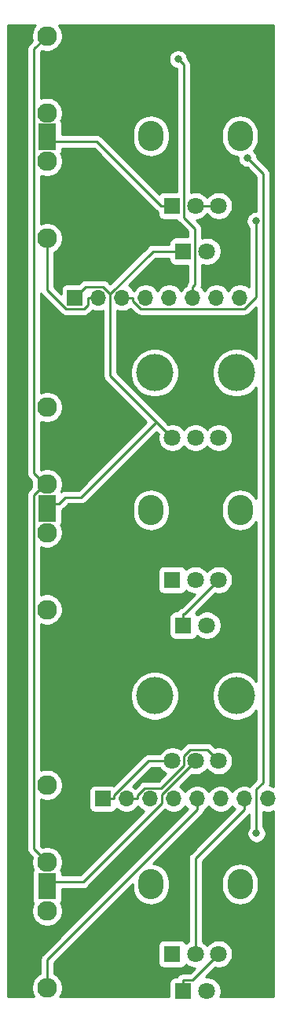
<source format=gbr>
%TF.GenerationSoftware,KiCad,Pcbnew,(5.1.9-0-10_14)*%
%TF.CreationDate,2021-04-20T22:44:58+02:00*%
%TF.ProjectId,tribus_front,74726962-7573-45f6-9672-6f6e742e6b69,rev?*%
%TF.SameCoordinates,Original*%
%TF.FileFunction,Copper,L1,Top*%
%TF.FilePolarity,Positive*%
%FSLAX46Y46*%
G04 Gerber Fmt 4.6, Leading zero omitted, Abs format (unit mm)*
G04 Created by KiCad (PCBNEW (5.1.9-0-10_14)) date 2021-04-20 22:44:58*
%MOMM*%
%LPD*%
G01*
G04 APERTURE LIST*
%TA.AperFunction,ComponentPad*%
%ADD10C,1.800000*%
%TD*%
%TA.AperFunction,ComponentPad*%
%ADD11R,1.800000X1.800000*%
%TD*%
%TA.AperFunction,ComponentPad*%
%ADD12C,2.130000*%
%TD*%
%TA.AperFunction,ComponentPad*%
%ADD13R,1.930000X1.830000*%
%TD*%
%TA.AperFunction,ComponentPad*%
%ADD14O,2.720000X3.240000*%
%TD*%
%TA.AperFunction,WasherPad*%
%ADD15C,4.000000*%
%TD*%
%TA.AperFunction,ComponentPad*%
%ADD16O,1.700000X1.700000*%
%TD*%
%TA.AperFunction,ComponentPad*%
%ADD17R,1.700000X1.700000*%
%TD*%
%TA.AperFunction,ViaPad*%
%ADD18C,0.800000*%
%TD*%
%TA.AperFunction,Conductor*%
%ADD19C,0.250000*%
%TD*%
%TA.AperFunction,NonConductor*%
%ADD20C,0.254000*%
%TD*%
%TA.AperFunction,NonConductor*%
%ADD21C,0.100000*%
%TD*%
G04 APERTURE END LIST*
D10*
%TO.P,D14,2*%
%TO.N,Net-(C40-Pad2)*%
X22140000Y-65300000D03*
D11*
%TO.P,D14,1*%
%TO.N,GND*%
X19600000Y-65300000D03*
%TD*%
D12*
%TO.P,J8,TN*%
%TO.N,INPUT_NORM*%
X4900000Y-90800000D03*
D13*
%TO.P,J8,S*%
%TO.N,GND*%
X4900000Y-93900000D03*
D12*
%TO.P,J8,T*%
%TO.N,Net-(J8-PadT)*%
X4900000Y-82500000D03*
%TD*%
%TO.P,J5,TN*%
%TO.N,BASS_OUT_MIX*%
X4900000Y-96050000D03*
D13*
%TO.P,J5,S*%
%TO.N,GND*%
X4900000Y-92950000D03*
D12*
%TO.P,J5,T*%
%TO.N,BASS_OUT_FRONT*%
X4900000Y-104350000D03*
%TD*%
D11*
%TO.P,RV5,1*%
%TO.N,BASS_DECAY_FRONT*%
X18400000Y-100700000D03*
D10*
%TO.P,RV5,2*%
X20900000Y-100700000D03*
%TO.P,RV5,3*%
%TO.N,GND*%
X23400000Y-100700000D03*
D14*
%TO.P,RV5,*%
%TO.N,*%
X25700000Y-93200000D03*
X16100000Y-93200000D03*
%TD*%
D10*
%TO.P,RV3,3*%
%TO.N,SNARE_BODY_FRONT*%
X18400000Y-79900000D03*
%TO.P,RV3,2*%
%TO.N,GND*%
X20900000Y-79900000D03*
%TO.P,RV3,1*%
%TO.N,SNARE_NOISE_FRONT*%
X23400000Y-79900000D03*
D15*
%TO.P,RV3,*%
%TO.N,*%
X16500000Y-72900000D03*
X25300000Y-72900000D03*
%TD*%
D11*
%TO.P,RV2,1*%
%TO.N,Net-(R7-Pad1)*%
X18400000Y-60400000D03*
D10*
%TO.P,RV2,2*%
X20900000Y-60400000D03*
%TO.P,RV2,3*%
%TO.N,GND*%
X23400000Y-60400000D03*
D14*
%TO.P,RV2,*%
%TO.N,*%
X25700000Y-52900000D03*
X16100000Y-52900000D03*
%TD*%
D10*
%TO.P,RV7,3*%
%TO.N,GND*%
X18400000Y-45100000D03*
%TO.P,RV7,2*%
%TO.N,Net-(R67-Pad2)*%
X20900000Y-45100000D03*
%TO.P,RV7,1*%
X23400000Y-45100000D03*
D15*
%TO.P,RV7,*%
%TO.N,*%
X16500000Y-38100000D03*
X25300000Y-38100000D03*
%TD*%
D11*
%TO.P,RV6,1*%
%TO.N,GND*%
X18400000Y-20100000D03*
D10*
%TO.P,RV6,2*%
%TO.N,Net-(R60-Pad1)*%
X20900000Y-20100000D03*
%TO.P,RV6,3*%
X23400000Y-20100000D03*
D14*
%TO.P,RV6,*%
%TO.N,*%
X25700000Y-12600000D03*
X16100000Y-12600000D03*
%TD*%
D10*
%TO.P,D8,2*%
%TO.N,Net-(C39-Pad2)*%
X22140000Y-25000000D03*
D11*
%TO.P,D8,1*%
%TO.N,GND*%
X19600000Y-25000000D03*
%TD*%
D10*
%TO.P,D7,2*%
%TO.N,Net-(C38-Pad2)*%
X22140000Y-104730000D03*
D11*
%TO.P,D7,1*%
%TO.N,GND*%
X19600000Y-104730000D03*
%TD*%
D12*
%TO.P,J2,TN*%
%TO.N,Net-(J2-PadTN)*%
X4900000Y-10100000D03*
D13*
%TO.P,J2,S*%
%TO.N,GND*%
X4900000Y-13200000D03*
D12*
%TO.P,J2,T*%
%TO.N,INPUT_NORM*%
X4900000Y-1800000D03*
%TD*%
%TO.P,J6,TN*%
%TO.N,HH_OUT_MIX*%
X4900000Y-15300000D03*
D13*
%TO.P,J6,S*%
%TO.N,GND*%
X4900000Y-12200000D03*
D12*
%TO.P,J6,T*%
%TO.N,HH_OUT_FRONT*%
X4900000Y-23600000D03*
%TD*%
%TO.P,J10,TN*%
%TO.N,INPUT_NORM*%
X4900000Y-50100000D03*
D13*
%TO.P,J10,S*%
%TO.N,GND*%
X4900000Y-53200000D03*
D12*
%TO.P,J10,T*%
%TO.N,Net-(J10-PadT)*%
X4900000Y-41800000D03*
%TD*%
%TO.P,J3,TN*%
%TO.N,Net-(J3-PadTN)*%
X4900000Y-55300000D03*
D13*
%TO.P,J3,S*%
%TO.N,GND*%
X4900000Y-52200000D03*
D12*
%TO.P,J3,T*%
%TO.N,Net-(J3-PadT)*%
X4900000Y-63600000D03*
%TD*%
D16*
%TO.P,J9,8*%
%TO.N,BASS_TRIG_FRONT*%
X28690000Y-84000000D03*
%TO.P,J9,7*%
%TO.N,BASS_DECAY_FRONT*%
X26150000Y-84000000D03*
%TO.P,J9,6*%
%TO.N,BASS_LED_FRONT*%
X23610000Y-84000000D03*
%TO.P,J9,5*%
%TO.N,BASS_OUT_FRONT*%
X21070000Y-84000000D03*
%TO.P,J9,4*%
%TO.N,SNARE_TRIGGER_FRONT*%
X18530000Y-84000000D03*
%TO.P,J9,3*%
%TO.N,SNARE_DECAY_FRONT*%
X15990000Y-84000000D03*
%TO.P,J9,2*%
%TO.N,SNARE_NOISE_FRONT*%
X13450000Y-84000000D03*
D17*
%TO.P,J9,1*%
%TO.N,SNARE_BODY_FRONT*%
X10910000Y-84000000D03*
%TD*%
D16*
%TO.P,J11,8*%
%TO.N,+12V*%
X25690000Y-30000000D03*
%TO.P,J11,7*%
%TO.N,Net-(J11-Pad7)*%
X23150000Y-30000000D03*
%TO.P,J11,6*%
%TO.N,-12V*%
X20610000Y-30000000D03*
%TO.P,J11,5*%
%TO.N,NOISE_CUTOFF_FRONT*%
X18070000Y-30000000D03*
%TO.P,J11,4*%
%TO.N,HH_TRIG_FRONT*%
X15530000Y-30000000D03*
%TO.P,J11,3*%
%TO.N,HH_DECAY_FRONT*%
X12990000Y-30000000D03*
%TO.P,J11,2*%
%TO.N,HH_OUT_FRONT*%
X10450000Y-30000000D03*
D17*
%TO.P,J11,1*%
%TO.N,GND*%
X7910000Y-30000000D03*
%TD*%
D18*
%TO.N,HH_DECAY_FRONT*%
X27406800Y-21748900D03*
%TO.N,-12V*%
X19029300Y-4308600D03*
%TO.N,Net-(R29-Pad2)*%
X26500300Y-14949900D03*
X27471300Y-87713500D03*
%TD*%
D19*
%TO.N,GND*%
X19600000Y-104730000D02*
X19600000Y-103504700D01*
X19600000Y-103504700D02*
X20595300Y-103504700D01*
X20595300Y-103504700D02*
X23400000Y-100700000D01*
X20900000Y-79900000D02*
X17260000Y-83540000D01*
X17260000Y-83540000D02*
X17260000Y-84460000D01*
X17260000Y-84460000D02*
X8770000Y-92950000D01*
X8770000Y-92950000D02*
X4900000Y-92950000D01*
X19600000Y-65300000D02*
X19600000Y-64074700D01*
X23400000Y-60400000D02*
X19725300Y-64074700D01*
X19725300Y-64074700D02*
X19600000Y-64074700D01*
X16687000Y-43386900D02*
X11720000Y-38419900D01*
X11720000Y-38419900D02*
X11720000Y-29580800D01*
X4900000Y-52200000D02*
X6190300Y-52200000D01*
X16687000Y-43386900D02*
X8583500Y-51490400D01*
X8583500Y-51490400D02*
X6899900Y-51490400D01*
X6899900Y-51490400D02*
X6190300Y-52200000D01*
X18400000Y-45100000D02*
X16687000Y-43386900D01*
X11720000Y-29580800D02*
X10963800Y-28824600D01*
X10963800Y-28824600D02*
X9085400Y-28824600D01*
X9085400Y-28824600D02*
X7910000Y-30000000D01*
X19600000Y-25000000D02*
X16300800Y-25000000D01*
X16300800Y-25000000D02*
X11720000Y-29580800D01*
X4900000Y-13200000D02*
X10274700Y-13200000D01*
X10274700Y-13200000D02*
X17174700Y-20100000D01*
X18400000Y-20100000D02*
X17174700Y-20100000D01*
X4900000Y-12200000D02*
X4900000Y-13200000D01*
X4900000Y-52200000D02*
X4900000Y-53200000D01*
X4900000Y-92950000D02*
X4900000Y-93900000D01*
%TO.N,INPUT_NORM*%
X4639500Y-50100000D02*
X3476800Y-51262700D01*
X3476800Y-51262700D02*
X3476800Y-89376800D01*
X3476800Y-89376800D02*
X4900000Y-90800000D01*
X4900000Y-50100000D02*
X4639500Y-50100000D01*
X4900000Y-1800000D02*
X3476800Y-3223200D01*
X3476800Y-3223200D02*
X3476800Y-48937300D01*
X3476800Y-48937300D02*
X4639500Y-50100000D01*
%TO.N,BASS_OUT_FRONT*%
X21070000Y-84000000D02*
X21070000Y-85175300D01*
X21070000Y-85175300D02*
X4900000Y-101345300D01*
X4900000Y-101345300D02*
X4900000Y-104350000D01*
%TO.N,HH_OUT_FRONT*%
X10450000Y-30000000D02*
X9274700Y-30000000D01*
X9274700Y-30000000D02*
X9274700Y-30808000D01*
X9274700Y-30808000D02*
X8901100Y-31181600D01*
X8901100Y-31181600D02*
X6914600Y-31181600D01*
X6914600Y-31181600D02*
X4900000Y-29167000D01*
X4900000Y-29167000D02*
X4900000Y-23600000D01*
%TO.N,BASS_DECAY_FRONT*%
X20900000Y-100700000D02*
X20900000Y-90425300D01*
X20900000Y-90425300D02*
X26150000Y-85175300D01*
X26150000Y-84000000D02*
X26150000Y-85175300D01*
%TO.N,SNARE_NOISE_FRONT*%
X13450000Y-84000000D02*
X14625300Y-84000000D01*
X14625300Y-84000000D02*
X14625300Y-83632600D01*
X14625300Y-83632600D02*
X15433200Y-82824700D01*
X15433200Y-82824700D02*
X17217800Y-82824700D01*
X17217800Y-82824700D02*
X19650000Y-80392500D01*
X19650000Y-80392500D02*
X19650000Y-79373100D01*
X19650000Y-79373100D02*
X20351000Y-78672100D01*
X20351000Y-78672100D02*
X22172100Y-78672100D01*
X22172100Y-78672100D02*
X23400000Y-79900000D01*
%TO.N,SNARE_BODY_FRONT*%
X10910000Y-84000000D02*
X12085300Y-84000000D01*
X18400000Y-79900000D02*
X15818000Y-79900000D01*
X15818000Y-79900000D02*
X12085300Y-83632700D01*
X12085300Y-83632700D02*
X12085300Y-84000000D01*
%TO.N,HH_DECAY_FRONT*%
X27406800Y-21748900D02*
X27406800Y-29967500D01*
X27406800Y-29967500D02*
X26199000Y-31175300D01*
X26199000Y-31175300D02*
X14973200Y-31175300D01*
X14973200Y-31175300D02*
X14165300Y-30367400D01*
X14165300Y-30367400D02*
X14165300Y-30000000D01*
X12990000Y-30000000D02*
X14165300Y-30000000D01*
%TO.N,-12V*%
X20610000Y-28824700D02*
X20825400Y-28609300D01*
X20825400Y-28609300D02*
X20825400Y-22550000D01*
X20825400Y-22550000D02*
X19625500Y-21350100D01*
X19625500Y-21350100D02*
X19625500Y-4904800D01*
X19625500Y-4904800D02*
X19029300Y-4308600D01*
X20610000Y-30000000D02*
X20610000Y-28824700D01*
%TO.N,Net-(R29-Pad2)*%
X27471300Y-87713500D02*
X27471300Y-82978700D01*
X27471300Y-82978700D02*
X28191700Y-82258300D01*
X28191700Y-82258300D02*
X28191700Y-16641300D01*
X28191700Y-16641300D02*
X26500300Y-14949900D01*
%TO.N,Net-(R60-Pad1)*%
X23400000Y-20100000D02*
X20900000Y-20100000D01*
%TD*%
D20*
X3579523Y-716313D02*
X3393479Y-994748D01*
X3265330Y-1304128D01*
X3200000Y-1632565D01*
X3200000Y-1967435D01*
X3265330Y-2295872D01*
X3284074Y-2341125D01*
X2965803Y-2659396D01*
X2936799Y-2683199D01*
X2881671Y-2750374D01*
X2841826Y-2798924D01*
X2796519Y-2883687D01*
X2771254Y-2930954D01*
X2727797Y-3074215D01*
X2716800Y-3185868D01*
X2716800Y-3185878D01*
X2713124Y-3223200D01*
X2716800Y-3260522D01*
X2716801Y-48899967D01*
X2713124Y-48937300D01*
X2727798Y-49086285D01*
X2771254Y-49229546D01*
X2841826Y-49361576D01*
X2868809Y-49394454D01*
X2936800Y-49477301D01*
X2965798Y-49501099D01*
X3232728Y-49768029D01*
X3200000Y-49932565D01*
X3200000Y-50267435D01*
X3232728Y-50431971D01*
X2965803Y-50698896D01*
X2936799Y-50722699D01*
X2885790Y-50784854D01*
X2841826Y-50838424D01*
X2794694Y-50926601D01*
X2771254Y-50970454D01*
X2727797Y-51113715D01*
X2716800Y-51225368D01*
X2716800Y-51225378D01*
X2713124Y-51262700D01*
X2716800Y-51300022D01*
X2716801Y-89339467D01*
X2713124Y-89376800D01*
X2716801Y-89414133D01*
X2723242Y-89479523D01*
X2727798Y-89525785D01*
X2771254Y-89669046D01*
X2841826Y-89801076D01*
X2910947Y-89885299D01*
X2936800Y-89916801D01*
X2965798Y-89940599D01*
X3284074Y-90258875D01*
X3265330Y-90304128D01*
X3200000Y-90632565D01*
X3200000Y-90967435D01*
X3265330Y-91295872D01*
X3393479Y-91605252D01*
X3426125Y-91654111D01*
X3404463Y-91680506D01*
X3345498Y-91790820D01*
X3309188Y-91910518D01*
X3296928Y-92035000D01*
X3296928Y-94815000D01*
X3309188Y-94939482D01*
X3345498Y-95059180D01*
X3404463Y-95169494D01*
X3426125Y-95195889D01*
X3393479Y-95244748D01*
X3265330Y-95554128D01*
X3200000Y-95882565D01*
X3200000Y-96217435D01*
X3265330Y-96545872D01*
X3393479Y-96855252D01*
X3579523Y-97133687D01*
X3816313Y-97370477D01*
X4094748Y-97556521D01*
X4404128Y-97684670D01*
X4732565Y-97750000D01*
X5067435Y-97750000D01*
X5395872Y-97684670D01*
X5705252Y-97556521D01*
X5983687Y-97370477D01*
X6220477Y-97133687D01*
X6406521Y-96855252D01*
X6534670Y-96545872D01*
X6600000Y-96217435D01*
X6600000Y-95882565D01*
X6534670Y-95554128D01*
X6406521Y-95244748D01*
X6373875Y-95195889D01*
X6395537Y-95169494D01*
X6454502Y-95059180D01*
X6490812Y-94939482D01*
X6503072Y-94815000D01*
X6503072Y-93710000D01*
X8732678Y-93710000D01*
X8770000Y-93713676D01*
X8807322Y-93710000D01*
X8807333Y-93710000D01*
X8918986Y-93699003D01*
X9062247Y-93655546D01*
X9194276Y-93584974D01*
X9310001Y-93490001D01*
X9333804Y-93460997D01*
X17618112Y-85176690D01*
X17826589Y-85315990D01*
X18096842Y-85427932D01*
X18383740Y-85485000D01*
X18676260Y-85485000D01*
X18963158Y-85427932D01*
X19233411Y-85315990D01*
X19476632Y-85153475D01*
X19683475Y-84946632D01*
X19800000Y-84772240D01*
X19916525Y-84946632D01*
X20070196Y-85100303D01*
X4389003Y-100781496D01*
X4359999Y-100805299D01*
X4322343Y-100851184D01*
X4265026Y-100921024D01*
X4226957Y-100992246D01*
X4194454Y-101053054D01*
X4150997Y-101196315D01*
X4140000Y-101307968D01*
X4140000Y-101307978D01*
X4136324Y-101345300D01*
X4140000Y-101382623D01*
X4140000Y-102824735D01*
X4094748Y-102843479D01*
X3816313Y-103029523D01*
X3579523Y-103266313D01*
X3393479Y-103544748D01*
X3265330Y-103854128D01*
X3200000Y-104182565D01*
X3200000Y-104517435D01*
X3265330Y-104845872D01*
X3393479Y-105155252D01*
X3500219Y-105315000D01*
X685000Y-105315000D01*
X685000Y-685000D01*
X3610836Y-685000D01*
X3579523Y-716313D01*
%TA.AperFunction,NonConductor*%
D21*
G36*
X3579523Y-716313D02*
G01*
X3393479Y-994748D01*
X3265330Y-1304128D01*
X3200000Y-1632565D01*
X3200000Y-1967435D01*
X3265330Y-2295872D01*
X3284074Y-2341125D01*
X2965803Y-2659396D01*
X2936799Y-2683199D01*
X2881671Y-2750374D01*
X2841826Y-2798924D01*
X2796519Y-2883687D01*
X2771254Y-2930954D01*
X2727797Y-3074215D01*
X2716800Y-3185868D01*
X2716800Y-3185878D01*
X2713124Y-3223200D01*
X2716800Y-3260522D01*
X2716801Y-48899967D01*
X2713124Y-48937300D01*
X2727798Y-49086285D01*
X2771254Y-49229546D01*
X2841826Y-49361576D01*
X2868809Y-49394454D01*
X2936800Y-49477301D01*
X2965798Y-49501099D01*
X3232728Y-49768029D01*
X3200000Y-49932565D01*
X3200000Y-50267435D01*
X3232728Y-50431971D01*
X2965803Y-50698896D01*
X2936799Y-50722699D01*
X2885790Y-50784854D01*
X2841826Y-50838424D01*
X2794694Y-50926601D01*
X2771254Y-50970454D01*
X2727797Y-51113715D01*
X2716800Y-51225368D01*
X2716800Y-51225378D01*
X2713124Y-51262700D01*
X2716800Y-51300022D01*
X2716801Y-89339467D01*
X2713124Y-89376800D01*
X2716801Y-89414133D01*
X2723242Y-89479523D01*
X2727798Y-89525785D01*
X2771254Y-89669046D01*
X2841826Y-89801076D01*
X2910947Y-89885299D01*
X2936800Y-89916801D01*
X2965798Y-89940599D01*
X3284074Y-90258875D01*
X3265330Y-90304128D01*
X3200000Y-90632565D01*
X3200000Y-90967435D01*
X3265330Y-91295872D01*
X3393479Y-91605252D01*
X3426125Y-91654111D01*
X3404463Y-91680506D01*
X3345498Y-91790820D01*
X3309188Y-91910518D01*
X3296928Y-92035000D01*
X3296928Y-94815000D01*
X3309188Y-94939482D01*
X3345498Y-95059180D01*
X3404463Y-95169494D01*
X3426125Y-95195889D01*
X3393479Y-95244748D01*
X3265330Y-95554128D01*
X3200000Y-95882565D01*
X3200000Y-96217435D01*
X3265330Y-96545872D01*
X3393479Y-96855252D01*
X3579523Y-97133687D01*
X3816313Y-97370477D01*
X4094748Y-97556521D01*
X4404128Y-97684670D01*
X4732565Y-97750000D01*
X5067435Y-97750000D01*
X5395872Y-97684670D01*
X5705252Y-97556521D01*
X5983687Y-97370477D01*
X6220477Y-97133687D01*
X6406521Y-96855252D01*
X6534670Y-96545872D01*
X6600000Y-96217435D01*
X6600000Y-95882565D01*
X6534670Y-95554128D01*
X6406521Y-95244748D01*
X6373875Y-95195889D01*
X6395537Y-95169494D01*
X6454502Y-95059180D01*
X6490812Y-94939482D01*
X6503072Y-94815000D01*
X6503072Y-93710000D01*
X8732678Y-93710000D01*
X8770000Y-93713676D01*
X8807322Y-93710000D01*
X8807333Y-93710000D01*
X8918986Y-93699003D01*
X9062247Y-93655546D01*
X9194276Y-93584974D01*
X9310001Y-93490001D01*
X9333804Y-93460997D01*
X17618112Y-85176690D01*
X17826589Y-85315990D01*
X18096842Y-85427932D01*
X18383740Y-85485000D01*
X18676260Y-85485000D01*
X18963158Y-85427932D01*
X19233411Y-85315990D01*
X19476632Y-85153475D01*
X19683475Y-84946632D01*
X19800000Y-84772240D01*
X19916525Y-84946632D01*
X20070196Y-85100303D01*
X4389003Y-100781496D01*
X4359999Y-100805299D01*
X4322343Y-100851184D01*
X4265026Y-100921024D01*
X4226957Y-100992246D01*
X4194454Y-101053054D01*
X4150997Y-101196315D01*
X4140000Y-101307968D01*
X4140000Y-101307978D01*
X4136324Y-101345300D01*
X4140000Y-101382623D01*
X4140000Y-102824735D01*
X4094748Y-102843479D01*
X3816313Y-103029523D01*
X3579523Y-103266313D01*
X3393479Y-103544748D01*
X3265330Y-103854128D01*
X3200000Y-104182565D01*
X3200000Y-104517435D01*
X3265330Y-104845872D01*
X3393479Y-105155252D01*
X3500219Y-105315000D01*
X685000Y-105315000D01*
X685000Y-685000D01*
X3610836Y-685000D01*
X3579523Y-716313D01*
G37*
%TD.AperFunction*%
D20*
X24996525Y-84946632D02*
X25150196Y-85100303D01*
X20388998Y-89861501D01*
X20360000Y-89885299D01*
X20336202Y-89914297D01*
X20336201Y-89914298D01*
X20265026Y-90001024D01*
X20194454Y-90133054D01*
X20150998Y-90276315D01*
X20136324Y-90425300D01*
X20140001Y-90462632D01*
X20140000Y-99361687D01*
X19921495Y-99507688D01*
X19883880Y-99545303D01*
X19830537Y-99445506D01*
X19751185Y-99348815D01*
X19654494Y-99269463D01*
X19544180Y-99210498D01*
X19424482Y-99174188D01*
X19300000Y-99161928D01*
X17500000Y-99161928D01*
X17375518Y-99174188D01*
X17255820Y-99210498D01*
X17145506Y-99269463D01*
X17048815Y-99348815D01*
X16969463Y-99445506D01*
X16910498Y-99555820D01*
X16874188Y-99675518D01*
X16861928Y-99800000D01*
X16861928Y-101600000D01*
X16874188Y-101724482D01*
X16910498Y-101844180D01*
X16969463Y-101954494D01*
X17048815Y-102051185D01*
X17145506Y-102130537D01*
X17255820Y-102189502D01*
X17375518Y-102225812D01*
X17500000Y-102238072D01*
X19300000Y-102238072D01*
X19424482Y-102225812D01*
X19544180Y-102189502D01*
X19654494Y-102130537D01*
X19751185Y-102051185D01*
X19830537Y-101954494D01*
X19883880Y-101854697D01*
X19921495Y-101892312D01*
X20172905Y-102060299D01*
X20452257Y-102176011D01*
X20748816Y-102235000D01*
X20790199Y-102235000D01*
X20280499Y-102744700D01*
X19637333Y-102744700D01*
X19600000Y-102741023D01*
X19562667Y-102744700D01*
X19451014Y-102755697D01*
X19307753Y-102799154D01*
X19175724Y-102869726D01*
X19059999Y-102964699D01*
X18965026Y-103080424D01*
X18905425Y-103191928D01*
X18700000Y-103191928D01*
X18575518Y-103204188D01*
X18455820Y-103240498D01*
X18345506Y-103299463D01*
X18248815Y-103378815D01*
X18169463Y-103475506D01*
X18110498Y-103585820D01*
X18074188Y-103705518D01*
X18061928Y-103830000D01*
X18061928Y-105315000D01*
X6299781Y-105315000D01*
X6406521Y-105155252D01*
X6534670Y-104845872D01*
X6600000Y-104517435D01*
X6600000Y-104182565D01*
X6534670Y-103854128D01*
X6406521Y-103544748D01*
X6220477Y-103266313D01*
X5983687Y-103029523D01*
X5705252Y-102843479D01*
X5660000Y-102824735D01*
X5660000Y-101660101D01*
X14105000Y-93215102D01*
X14105000Y-93557997D01*
X14133867Y-93851087D01*
X14247943Y-94227146D01*
X14433193Y-94573725D01*
X14682497Y-94877503D01*
X14986275Y-95126807D01*
X15332853Y-95312057D01*
X15708912Y-95426133D01*
X16100000Y-95464652D01*
X16491087Y-95426133D01*
X16867146Y-95312057D01*
X17213725Y-95126807D01*
X17517503Y-94877503D01*
X17766807Y-94573725D01*
X17952057Y-94227147D01*
X18066133Y-93851088D01*
X18095000Y-93557998D01*
X18095000Y-92842003D01*
X18066133Y-92548913D01*
X17952057Y-92172853D01*
X17766807Y-91826275D01*
X17517503Y-91522497D01*
X17213725Y-91273193D01*
X16867147Y-91087943D01*
X16491088Y-90973867D01*
X16359222Y-90960879D01*
X21581003Y-85739099D01*
X21610001Y-85715301D01*
X21704974Y-85599576D01*
X21775546Y-85467547D01*
X21819003Y-85324286D01*
X21823089Y-85282796D01*
X22016632Y-85153475D01*
X22223475Y-84946632D01*
X22340000Y-84772240D01*
X22456525Y-84946632D01*
X22663368Y-85153475D01*
X22906589Y-85315990D01*
X23176842Y-85427932D01*
X23463740Y-85485000D01*
X23756260Y-85485000D01*
X24043158Y-85427932D01*
X24313411Y-85315990D01*
X24556632Y-85153475D01*
X24763475Y-84946632D01*
X24880000Y-84772240D01*
X24996525Y-84946632D01*
%TA.AperFunction,NonConductor*%
D21*
G36*
X24996525Y-84946632D02*
G01*
X25150196Y-85100303D01*
X20388998Y-89861501D01*
X20360000Y-89885299D01*
X20336202Y-89914297D01*
X20336201Y-89914298D01*
X20265026Y-90001024D01*
X20194454Y-90133054D01*
X20150998Y-90276315D01*
X20136324Y-90425300D01*
X20140001Y-90462632D01*
X20140000Y-99361687D01*
X19921495Y-99507688D01*
X19883880Y-99545303D01*
X19830537Y-99445506D01*
X19751185Y-99348815D01*
X19654494Y-99269463D01*
X19544180Y-99210498D01*
X19424482Y-99174188D01*
X19300000Y-99161928D01*
X17500000Y-99161928D01*
X17375518Y-99174188D01*
X17255820Y-99210498D01*
X17145506Y-99269463D01*
X17048815Y-99348815D01*
X16969463Y-99445506D01*
X16910498Y-99555820D01*
X16874188Y-99675518D01*
X16861928Y-99800000D01*
X16861928Y-101600000D01*
X16874188Y-101724482D01*
X16910498Y-101844180D01*
X16969463Y-101954494D01*
X17048815Y-102051185D01*
X17145506Y-102130537D01*
X17255820Y-102189502D01*
X17375518Y-102225812D01*
X17500000Y-102238072D01*
X19300000Y-102238072D01*
X19424482Y-102225812D01*
X19544180Y-102189502D01*
X19654494Y-102130537D01*
X19751185Y-102051185D01*
X19830537Y-101954494D01*
X19883880Y-101854697D01*
X19921495Y-101892312D01*
X20172905Y-102060299D01*
X20452257Y-102176011D01*
X20748816Y-102235000D01*
X20790199Y-102235000D01*
X20280499Y-102744700D01*
X19637333Y-102744700D01*
X19600000Y-102741023D01*
X19562667Y-102744700D01*
X19451014Y-102755697D01*
X19307753Y-102799154D01*
X19175724Y-102869726D01*
X19059999Y-102964699D01*
X18965026Y-103080424D01*
X18905425Y-103191928D01*
X18700000Y-103191928D01*
X18575518Y-103204188D01*
X18455820Y-103240498D01*
X18345506Y-103299463D01*
X18248815Y-103378815D01*
X18169463Y-103475506D01*
X18110498Y-103585820D01*
X18074188Y-103705518D01*
X18061928Y-103830000D01*
X18061928Y-105315000D01*
X6299781Y-105315000D01*
X6406521Y-105155252D01*
X6534670Y-104845872D01*
X6600000Y-104517435D01*
X6600000Y-104182565D01*
X6534670Y-103854128D01*
X6406521Y-103544748D01*
X6220477Y-103266313D01*
X5983687Y-103029523D01*
X5705252Y-102843479D01*
X5660000Y-102824735D01*
X5660000Y-101660101D01*
X14105000Y-93215102D01*
X14105000Y-93557997D01*
X14133867Y-93851087D01*
X14247943Y-94227146D01*
X14433193Y-94573725D01*
X14682497Y-94877503D01*
X14986275Y-95126807D01*
X15332853Y-95312057D01*
X15708912Y-95426133D01*
X16100000Y-95464652D01*
X16491087Y-95426133D01*
X16867146Y-95312057D01*
X17213725Y-95126807D01*
X17517503Y-94877503D01*
X17766807Y-94573725D01*
X17952057Y-94227147D01*
X18066133Y-93851088D01*
X18095000Y-93557998D01*
X18095000Y-92842003D01*
X18066133Y-92548913D01*
X17952057Y-92172853D01*
X17766807Y-91826275D01*
X17517503Y-91522497D01*
X17213725Y-91273193D01*
X16867147Y-91087943D01*
X16491088Y-90973867D01*
X16359222Y-90960879D01*
X21581003Y-85739099D01*
X21610001Y-85715301D01*
X21704974Y-85599576D01*
X21775546Y-85467547D01*
X21819003Y-85324286D01*
X21823089Y-85282796D01*
X22016632Y-85153475D01*
X22223475Y-84946632D01*
X22340000Y-84772240D01*
X22456525Y-84946632D01*
X22663368Y-85153475D01*
X22906589Y-85315990D01*
X23176842Y-85427932D01*
X23463740Y-85485000D01*
X23756260Y-85485000D01*
X24043158Y-85427932D01*
X24313411Y-85315990D01*
X24556632Y-85153475D01*
X24763475Y-84946632D01*
X24880000Y-84772240D01*
X24996525Y-84946632D01*
G37*
%TD.AperFunction*%
D20*
X29315001Y-105315000D02*
X23559157Y-105315000D01*
X23616011Y-105177743D01*
X23675000Y-104881184D01*
X23675000Y-104578816D01*
X23616011Y-104282257D01*
X23500299Y-104002905D01*
X23332312Y-103751495D01*
X23118505Y-103537688D01*
X22867095Y-103369701D01*
X22587743Y-103253989D01*
X22291184Y-103195000D01*
X21988816Y-103195000D01*
X21977563Y-103197238D01*
X22991070Y-102183731D01*
X23248816Y-102235000D01*
X23551184Y-102235000D01*
X23847743Y-102176011D01*
X24127095Y-102060299D01*
X24378505Y-101892312D01*
X24592312Y-101678505D01*
X24760299Y-101427095D01*
X24876011Y-101147743D01*
X24935000Y-100851184D01*
X24935000Y-100548816D01*
X24876011Y-100252257D01*
X24760299Y-99972905D01*
X24592312Y-99721495D01*
X24378505Y-99507688D01*
X24127095Y-99339701D01*
X23847743Y-99223989D01*
X23551184Y-99165000D01*
X23248816Y-99165000D01*
X22952257Y-99223989D01*
X22672905Y-99339701D01*
X22421495Y-99507688D01*
X22207688Y-99721495D01*
X22150000Y-99807831D01*
X22092312Y-99721495D01*
X21878505Y-99507688D01*
X21660000Y-99361687D01*
X21660000Y-92842002D01*
X23705000Y-92842002D01*
X23705000Y-93557997D01*
X23733867Y-93851087D01*
X23847943Y-94227146D01*
X24033193Y-94573725D01*
X24282497Y-94877503D01*
X24586275Y-95126807D01*
X24932853Y-95312057D01*
X25308912Y-95426133D01*
X25700000Y-95464652D01*
X26091087Y-95426133D01*
X26467146Y-95312057D01*
X26813725Y-95126807D01*
X27117503Y-94877503D01*
X27366807Y-94573725D01*
X27552057Y-94227147D01*
X27666133Y-93851088D01*
X27695000Y-93557998D01*
X27695000Y-92842003D01*
X27666133Y-92548913D01*
X27552057Y-92172853D01*
X27366807Y-91826275D01*
X27117503Y-91522497D01*
X26813725Y-91273193D01*
X26467147Y-91087943D01*
X26091088Y-90973867D01*
X25700000Y-90935348D01*
X25308913Y-90973867D01*
X24932854Y-91087943D01*
X24586276Y-91273193D01*
X24282498Y-91522497D01*
X24033193Y-91826275D01*
X23847943Y-92172853D01*
X23733867Y-92548912D01*
X23705000Y-92842002D01*
X21660000Y-92842002D01*
X21660000Y-90740101D01*
X26661003Y-85739099D01*
X26690001Y-85715301D01*
X26711300Y-85689348D01*
X26711300Y-87009789D01*
X26667363Y-87053726D01*
X26554095Y-87223244D01*
X26476074Y-87411602D01*
X26436300Y-87611561D01*
X26436300Y-87815439D01*
X26476074Y-88015398D01*
X26554095Y-88203756D01*
X26667363Y-88373274D01*
X26811526Y-88517437D01*
X26981044Y-88630705D01*
X27169402Y-88708726D01*
X27369361Y-88748500D01*
X27573239Y-88748500D01*
X27773198Y-88708726D01*
X27961556Y-88630705D01*
X28131074Y-88517437D01*
X28275237Y-88373274D01*
X28388505Y-88203756D01*
X28466526Y-88015398D01*
X28506300Y-87815439D01*
X28506300Y-87611561D01*
X28466526Y-87411602D01*
X28388505Y-87223244D01*
X28275237Y-87053726D01*
X28231300Y-87009789D01*
X28231300Y-85417352D01*
X28256842Y-85427932D01*
X28543740Y-85485000D01*
X28836260Y-85485000D01*
X29123158Y-85427932D01*
X29315001Y-85348468D01*
X29315001Y-105315000D01*
%TA.AperFunction,NonConductor*%
D21*
G36*
X29315001Y-105315000D02*
G01*
X23559157Y-105315000D01*
X23616011Y-105177743D01*
X23675000Y-104881184D01*
X23675000Y-104578816D01*
X23616011Y-104282257D01*
X23500299Y-104002905D01*
X23332312Y-103751495D01*
X23118505Y-103537688D01*
X22867095Y-103369701D01*
X22587743Y-103253989D01*
X22291184Y-103195000D01*
X21988816Y-103195000D01*
X21977563Y-103197238D01*
X22991070Y-102183731D01*
X23248816Y-102235000D01*
X23551184Y-102235000D01*
X23847743Y-102176011D01*
X24127095Y-102060299D01*
X24378505Y-101892312D01*
X24592312Y-101678505D01*
X24760299Y-101427095D01*
X24876011Y-101147743D01*
X24935000Y-100851184D01*
X24935000Y-100548816D01*
X24876011Y-100252257D01*
X24760299Y-99972905D01*
X24592312Y-99721495D01*
X24378505Y-99507688D01*
X24127095Y-99339701D01*
X23847743Y-99223989D01*
X23551184Y-99165000D01*
X23248816Y-99165000D01*
X22952257Y-99223989D01*
X22672905Y-99339701D01*
X22421495Y-99507688D01*
X22207688Y-99721495D01*
X22150000Y-99807831D01*
X22092312Y-99721495D01*
X21878505Y-99507688D01*
X21660000Y-99361687D01*
X21660000Y-92842002D01*
X23705000Y-92842002D01*
X23705000Y-93557997D01*
X23733867Y-93851087D01*
X23847943Y-94227146D01*
X24033193Y-94573725D01*
X24282497Y-94877503D01*
X24586275Y-95126807D01*
X24932853Y-95312057D01*
X25308912Y-95426133D01*
X25700000Y-95464652D01*
X26091087Y-95426133D01*
X26467146Y-95312057D01*
X26813725Y-95126807D01*
X27117503Y-94877503D01*
X27366807Y-94573725D01*
X27552057Y-94227147D01*
X27666133Y-93851088D01*
X27695000Y-93557998D01*
X27695000Y-92842003D01*
X27666133Y-92548913D01*
X27552057Y-92172853D01*
X27366807Y-91826275D01*
X27117503Y-91522497D01*
X26813725Y-91273193D01*
X26467147Y-91087943D01*
X26091088Y-90973867D01*
X25700000Y-90935348D01*
X25308913Y-90973867D01*
X24932854Y-91087943D01*
X24586276Y-91273193D01*
X24282498Y-91522497D01*
X24033193Y-91826275D01*
X23847943Y-92172853D01*
X23733867Y-92548912D01*
X23705000Y-92842002D01*
X21660000Y-92842002D01*
X21660000Y-90740101D01*
X26661003Y-85739099D01*
X26690001Y-85715301D01*
X26711300Y-85689348D01*
X26711300Y-87009789D01*
X26667363Y-87053726D01*
X26554095Y-87223244D01*
X26476074Y-87411602D01*
X26436300Y-87611561D01*
X26436300Y-87815439D01*
X26476074Y-88015398D01*
X26554095Y-88203756D01*
X26667363Y-88373274D01*
X26811526Y-88517437D01*
X26981044Y-88630705D01*
X27169402Y-88708726D01*
X27369361Y-88748500D01*
X27573239Y-88748500D01*
X27773198Y-88708726D01*
X27961556Y-88630705D01*
X28131074Y-88517437D01*
X28275237Y-88373274D01*
X28388505Y-88203756D01*
X28466526Y-88015398D01*
X28506300Y-87815439D01*
X28506300Y-87611561D01*
X28466526Y-87411602D01*
X28388505Y-87223244D01*
X28275237Y-87053726D01*
X28231300Y-87009789D01*
X28231300Y-85417352D01*
X28256842Y-85427932D01*
X28543740Y-85485000D01*
X28836260Y-85485000D01*
X29123158Y-85427932D01*
X29315001Y-85348468D01*
X29315001Y-105315000D01*
G37*
%TD.AperFunction*%
D20*
X27431701Y-36547440D02*
X27346738Y-36420285D01*
X26979715Y-36053262D01*
X26548141Y-35764893D01*
X26068601Y-35566261D01*
X25559525Y-35465000D01*
X25040475Y-35465000D01*
X24531399Y-35566261D01*
X24051859Y-35764893D01*
X23620285Y-36053262D01*
X23253262Y-36420285D01*
X22964893Y-36851859D01*
X22766261Y-37331399D01*
X22665000Y-37840475D01*
X22665000Y-38359525D01*
X22766261Y-38868601D01*
X22964893Y-39348141D01*
X23253262Y-39779715D01*
X23620285Y-40146738D01*
X24051859Y-40435107D01*
X24531399Y-40633739D01*
X25040475Y-40735000D01*
X25559525Y-40735000D01*
X26068601Y-40633739D01*
X26548141Y-40435107D01*
X26979715Y-40146738D01*
X27346738Y-39779715D01*
X27431701Y-39652560D01*
X27431700Y-51647682D01*
X27366807Y-51526275D01*
X27117503Y-51222497D01*
X26813725Y-50973193D01*
X26467147Y-50787943D01*
X26091088Y-50673867D01*
X25700000Y-50635348D01*
X25308913Y-50673867D01*
X24932854Y-50787943D01*
X24586276Y-50973193D01*
X24282498Y-51222497D01*
X24033193Y-51526275D01*
X23847943Y-51872853D01*
X23733867Y-52248912D01*
X23705000Y-52542002D01*
X23705000Y-53257997D01*
X23733867Y-53551087D01*
X23847943Y-53927146D01*
X24033193Y-54273725D01*
X24282497Y-54577503D01*
X24586275Y-54826807D01*
X24932853Y-55012057D01*
X25308912Y-55126133D01*
X25700000Y-55164652D01*
X26091087Y-55126133D01*
X26467146Y-55012057D01*
X26813725Y-54826807D01*
X27117503Y-54577503D01*
X27366807Y-54273725D01*
X27431700Y-54152318D01*
X27431700Y-71347440D01*
X27346738Y-71220285D01*
X26979715Y-70853262D01*
X26548141Y-70564893D01*
X26068601Y-70366261D01*
X25559525Y-70265000D01*
X25040475Y-70265000D01*
X24531399Y-70366261D01*
X24051859Y-70564893D01*
X23620285Y-70853262D01*
X23253262Y-71220285D01*
X22964893Y-71651859D01*
X22766261Y-72131399D01*
X22665000Y-72640475D01*
X22665000Y-73159525D01*
X22766261Y-73668601D01*
X22964893Y-74148141D01*
X23253262Y-74579715D01*
X23620285Y-74946738D01*
X24051859Y-75235107D01*
X24531399Y-75433739D01*
X25040475Y-75535000D01*
X25559525Y-75535000D01*
X26068601Y-75433739D01*
X26548141Y-75235107D01*
X26979715Y-74946738D01*
X27346738Y-74579715D01*
X27431700Y-74452560D01*
X27431700Y-81943498D01*
X26960297Y-82414901D01*
X26931300Y-82438699D01*
X26907502Y-82467697D01*
X26907501Y-82467698D01*
X26836326Y-82554424D01*
X26782713Y-82654726D01*
X26583158Y-82572068D01*
X26296260Y-82515000D01*
X26003740Y-82515000D01*
X25716842Y-82572068D01*
X25446589Y-82684010D01*
X25203368Y-82846525D01*
X24996525Y-83053368D01*
X24880000Y-83227760D01*
X24763475Y-83053368D01*
X24556632Y-82846525D01*
X24313411Y-82684010D01*
X24043158Y-82572068D01*
X23756260Y-82515000D01*
X23463740Y-82515000D01*
X23176842Y-82572068D01*
X22906589Y-82684010D01*
X22663368Y-82846525D01*
X22456525Y-83053368D01*
X22340000Y-83227760D01*
X22223475Y-83053368D01*
X22016632Y-82846525D01*
X21773411Y-82684010D01*
X21503158Y-82572068D01*
X21216260Y-82515000D01*
X20923740Y-82515000D01*
X20636842Y-82572068D01*
X20366589Y-82684010D01*
X20123368Y-82846525D01*
X19916525Y-83053368D01*
X19800000Y-83227760D01*
X19683475Y-83053368D01*
X19476632Y-82846525D01*
X19233411Y-82684010D01*
X19203274Y-82671527D01*
X20491070Y-81383731D01*
X20748816Y-81435000D01*
X21051184Y-81435000D01*
X21347743Y-81376011D01*
X21627095Y-81260299D01*
X21878505Y-81092312D01*
X22092312Y-80878505D01*
X22150000Y-80792169D01*
X22207688Y-80878505D01*
X22421495Y-81092312D01*
X22672905Y-81260299D01*
X22952257Y-81376011D01*
X23248816Y-81435000D01*
X23551184Y-81435000D01*
X23847743Y-81376011D01*
X24127095Y-81260299D01*
X24378505Y-81092312D01*
X24592312Y-80878505D01*
X24760299Y-80627095D01*
X24876011Y-80347743D01*
X24935000Y-80051184D01*
X24935000Y-79748816D01*
X24876011Y-79452257D01*
X24760299Y-79172905D01*
X24592312Y-78921495D01*
X24378505Y-78707688D01*
X24127095Y-78539701D01*
X23847743Y-78423989D01*
X23551184Y-78365000D01*
X23248816Y-78365000D01*
X22991070Y-78416269D01*
X22735904Y-78161103D01*
X22712101Y-78132099D01*
X22596376Y-78037126D01*
X22464347Y-77966554D01*
X22321086Y-77923097D01*
X22209433Y-77912100D01*
X22209422Y-77912100D01*
X22172100Y-77908424D01*
X22134778Y-77912100D01*
X20388325Y-77912100D01*
X20351000Y-77908424D01*
X20313675Y-77912100D01*
X20313667Y-77912100D01*
X20202014Y-77923097D01*
X20058753Y-77966554D01*
X19926724Y-78037126D01*
X19810999Y-78132099D01*
X19787201Y-78161098D01*
X19295843Y-78652455D01*
X19127095Y-78539701D01*
X18847743Y-78423989D01*
X18551184Y-78365000D01*
X18248816Y-78365000D01*
X17952257Y-78423989D01*
X17672905Y-78539701D01*
X17421495Y-78707688D01*
X17207688Y-78921495D01*
X17061687Y-79140000D01*
X15855323Y-79140000D01*
X15818000Y-79136324D01*
X15780677Y-79140000D01*
X15780667Y-79140000D01*
X15669014Y-79150997D01*
X15525753Y-79194454D01*
X15393723Y-79265026D01*
X15342488Y-79307074D01*
X15277999Y-79359999D01*
X15254201Y-79388997D01*
X12055350Y-82587849D01*
X12004180Y-82560498D01*
X11884482Y-82524188D01*
X11760000Y-82511928D01*
X10060000Y-82511928D01*
X9935518Y-82524188D01*
X9815820Y-82560498D01*
X9705506Y-82619463D01*
X9608815Y-82698815D01*
X9529463Y-82795506D01*
X9470498Y-82905820D01*
X9434188Y-83025518D01*
X9421928Y-83150000D01*
X9421928Y-84850000D01*
X9434188Y-84974482D01*
X9470498Y-85094180D01*
X9529463Y-85204494D01*
X9608815Y-85301185D01*
X9705506Y-85380537D01*
X9815820Y-85439502D01*
X9935518Y-85475812D01*
X10060000Y-85488072D01*
X11760000Y-85488072D01*
X11884482Y-85475812D01*
X12004180Y-85439502D01*
X12114494Y-85380537D01*
X12211185Y-85301185D01*
X12290537Y-85204494D01*
X12349502Y-85094180D01*
X12371513Y-85021620D01*
X12503368Y-85153475D01*
X12746589Y-85315990D01*
X13016842Y-85427932D01*
X13303740Y-85485000D01*
X13596260Y-85485000D01*
X13883158Y-85427932D01*
X14153411Y-85315990D01*
X14396632Y-85153475D01*
X14603475Y-84946632D01*
X14720000Y-84772240D01*
X14836525Y-84946632D01*
X15043368Y-85153475D01*
X15286589Y-85315990D01*
X15316725Y-85328473D01*
X8455199Y-92190000D01*
X6503072Y-92190000D01*
X6503072Y-92035000D01*
X6490812Y-91910518D01*
X6454502Y-91790820D01*
X6395537Y-91680506D01*
X6373875Y-91654111D01*
X6406521Y-91605252D01*
X6534670Y-91295872D01*
X6600000Y-90967435D01*
X6600000Y-90632565D01*
X6534670Y-90304128D01*
X6406521Y-89994748D01*
X6220477Y-89716313D01*
X5983687Y-89479523D01*
X5705252Y-89293479D01*
X5395872Y-89165330D01*
X5067435Y-89100000D01*
X4732565Y-89100000D01*
X4404128Y-89165330D01*
X4358875Y-89184074D01*
X4236800Y-89061999D01*
X4236800Y-84065361D01*
X4404128Y-84134670D01*
X4732565Y-84200000D01*
X5067435Y-84200000D01*
X5395872Y-84134670D01*
X5705252Y-84006521D01*
X5983687Y-83820477D01*
X6220477Y-83583687D01*
X6406521Y-83305252D01*
X6534670Y-82995872D01*
X6600000Y-82667435D01*
X6600000Y-82332565D01*
X6534670Y-82004128D01*
X6406521Y-81694748D01*
X6220477Y-81416313D01*
X5983687Y-81179523D01*
X5705252Y-80993479D01*
X5395872Y-80865330D01*
X5067435Y-80800000D01*
X4732565Y-80800000D01*
X4404128Y-80865330D01*
X4236800Y-80934639D01*
X4236800Y-72640475D01*
X13865000Y-72640475D01*
X13865000Y-73159525D01*
X13966261Y-73668601D01*
X14164893Y-74148141D01*
X14453262Y-74579715D01*
X14820285Y-74946738D01*
X15251859Y-75235107D01*
X15731399Y-75433739D01*
X16240475Y-75535000D01*
X16759525Y-75535000D01*
X17268601Y-75433739D01*
X17748141Y-75235107D01*
X18179715Y-74946738D01*
X18546738Y-74579715D01*
X18835107Y-74148141D01*
X19033739Y-73668601D01*
X19135000Y-73159525D01*
X19135000Y-72640475D01*
X19033739Y-72131399D01*
X18835107Y-71651859D01*
X18546738Y-71220285D01*
X18179715Y-70853262D01*
X17748141Y-70564893D01*
X17268601Y-70366261D01*
X16759525Y-70265000D01*
X16240475Y-70265000D01*
X15731399Y-70366261D01*
X15251859Y-70564893D01*
X14820285Y-70853262D01*
X14453262Y-71220285D01*
X14164893Y-71651859D01*
X13966261Y-72131399D01*
X13865000Y-72640475D01*
X4236800Y-72640475D01*
X4236800Y-65165361D01*
X4404128Y-65234670D01*
X4732565Y-65300000D01*
X5067435Y-65300000D01*
X5395872Y-65234670D01*
X5705252Y-65106521D01*
X5983687Y-64920477D01*
X6220477Y-64683687D01*
X6406521Y-64405252D01*
X6534670Y-64095872D01*
X6600000Y-63767435D01*
X6600000Y-63432565D01*
X6534670Y-63104128D01*
X6406521Y-62794748D01*
X6220477Y-62516313D01*
X5983687Y-62279523D01*
X5705252Y-62093479D01*
X5395872Y-61965330D01*
X5067435Y-61900000D01*
X4732565Y-61900000D01*
X4404128Y-61965330D01*
X4236800Y-62034639D01*
X4236800Y-59500000D01*
X16861928Y-59500000D01*
X16861928Y-61300000D01*
X16874188Y-61424482D01*
X16910498Y-61544180D01*
X16969463Y-61654494D01*
X17048815Y-61751185D01*
X17145506Y-61830537D01*
X17255820Y-61889502D01*
X17375518Y-61925812D01*
X17500000Y-61938072D01*
X19300000Y-61938072D01*
X19424482Y-61925812D01*
X19544180Y-61889502D01*
X19654494Y-61830537D01*
X19751185Y-61751185D01*
X19830537Y-61654494D01*
X19883880Y-61554697D01*
X19921495Y-61592312D01*
X20172905Y-61760299D01*
X20452257Y-61876011D01*
X20748816Y-61935000D01*
X20790199Y-61935000D01*
X19377072Y-63348127D01*
X19307753Y-63369154D01*
X19175724Y-63439726D01*
X19059999Y-63534699D01*
X18965026Y-63650424D01*
X18905425Y-63761928D01*
X18700000Y-63761928D01*
X18575518Y-63774188D01*
X18455820Y-63810498D01*
X18345506Y-63869463D01*
X18248815Y-63948815D01*
X18169463Y-64045506D01*
X18110498Y-64155820D01*
X18074188Y-64275518D01*
X18061928Y-64400000D01*
X18061928Y-66200000D01*
X18074188Y-66324482D01*
X18110498Y-66444180D01*
X18169463Y-66554494D01*
X18248815Y-66651185D01*
X18345506Y-66730537D01*
X18455820Y-66789502D01*
X18575518Y-66825812D01*
X18700000Y-66838072D01*
X20500000Y-66838072D01*
X20624482Y-66825812D01*
X20744180Y-66789502D01*
X20854494Y-66730537D01*
X20951185Y-66651185D01*
X21030537Y-66554494D01*
X21089502Y-66444180D01*
X21095056Y-66425873D01*
X21161495Y-66492312D01*
X21412905Y-66660299D01*
X21692257Y-66776011D01*
X21988816Y-66835000D01*
X22291184Y-66835000D01*
X22587743Y-66776011D01*
X22867095Y-66660299D01*
X23118505Y-66492312D01*
X23332312Y-66278505D01*
X23500299Y-66027095D01*
X23616011Y-65747743D01*
X23675000Y-65451184D01*
X23675000Y-65148816D01*
X23616011Y-64852257D01*
X23500299Y-64572905D01*
X23332312Y-64321495D01*
X23118505Y-64107688D01*
X22867095Y-63939701D01*
X22587743Y-63823989D01*
X22291184Y-63765000D01*
X21988816Y-63765000D01*
X21692257Y-63823989D01*
X21412905Y-63939701D01*
X21161495Y-64107688D01*
X21095056Y-64174127D01*
X21089502Y-64155820D01*
X21030537Y-64045506D01*
X20951185Y-63948815D01*
X20937345Y-63937457D01*
X22991070Y-61883731D01*
X23248816Y-61935000D01*
X23551184Y-61935000D01*
X23847743Y-61876011D01*
X24127095Y-61760299D01*
X24378505Y-61592312D01*
X24592312Y-61378505D01*
X24760299Y-61127095D01*
X24876011Y-60847743D01*
X24935000Y-60551184D01*
X24935000Y-60248816D01*
X24876011Y-59952257D01*
X24760299Y-59672905D01*
X24592312Y-59421495D01*
X24378505Y-59207688D01*
X24127095Y-59039701D01*
X23847743Y-58923989D01*
X23551184Y-58865000D01*
X23248816Y-58865000D01*
X22952257Y-58923989D01*
X22672905Y-59039701D01*
X22421495Y-59207688D01*
X22207688Y-59421495D01*
X22150000Y-59507831D01*
X22092312Y-59421495D01*
X21878505Y-59207688D01*
X21627095Y-59039701D01*
X21347743Y-58923989D01*
X21051184Y-58865000D01*
X20748816Y-58865000D01*
X20452257Y-58923989D01*
X20172905Y-59039701D01*
X19921495Y-59207688D01*
X19883880Y-59245303D01*
X19830537Y-59145506D01*
X19751185Y-59048815D01*
X19654494Y-58969463D01*
X19544180Y-58910498D01*
X19424482Y-58874188D01*
X19300000Y-58861928D01*
X17500000Y-58861928D01*
X17375518Y-58874188D01*
X17255820Y-58910498D01*
X17145506Y-58969463D01*
X17048815Y-59048815D01*
X16969463Y-59145506D01*
X16910498Y-59255820D01*
X16874188Y-59375518D01*
X16861928Y-59500000D01*
X4236800Y-59500000D01*
X4236800Y-56865361D01*
X4404128Y-56934670D01*
X4732565Y-57000000D01*
X5067435Y-57000000D01*
X5395872Y-56934670D01*
X5705252Y-56806521D01*
X5983687Y-56620477D01*
X6220477Y-56383687D01*
X6406521Y-56105252D01*
X6534670Y-55795872D01*
X6600000Y-55467435D01*
X6600000Y-55132565D01*
X6534670Y-54804128D01*
X6406521Y-54494748D01*
X6392290Y-54473450D01*
X6395537Y-54469494D01*
X6454502Y-54359180D01*
X6490812Y-54239482D01*
X6503072Y-54115000D01*
X6503072Y-52894575D01*
X6614576Y-52834974D01*
X6730301Y-52740001D01*
X6754103Y-52710998D01*
X6923099Y-52542002D01*
X14105000Y-52542002D01*
X14105000Y-53257997D01*
X14133867Y-53551087D01*
X14247943Y-53927146D01*
X14433193Y-54273725D01*
X14682497Y-54577503D01*
X14986275Y-54826807D01*
X15332853Y-55012057D01*
X15708912Y-55126133D01*
X16100000Y-55164652D01*
X16491087Y-55126133D01*
X16867146Y-55012057D01*
X17213725Y-54826807D01*
X17517503Y-54577503D01*
X17766807Y-54273725D01*
X17952057Y-53927147D01*
X18066133Y-53551088D01*
X18095000Y-53257998D01*
X18095000Y-52542003D01*
X18066133Y-52248913D01*
X17952057Y-51872853D01*
X17766807Y-51526275D01*
X17517503Y-51222497D01*
X17213725Y-50973193D01*
X16867147Y-50787943D01*
X16491088Y-50673867D01*
X16100000Y-50635348D01*
X15708913Y-50673867D01*
X15332854Y-50787943D01*
X14986276Y-50973193D01*
X14682498Y-51222497D01*
X14433193Y-51526275D01*
X14247943Y-51872853D01*
X14133867Y-52248912D01*
X14105000Y-52542002D01*
X6923099Y-52542002D01*
X7214702Y-52250400D01*
X8546178Y-52250400D01*
X8583500Y-52254076D01*
X8620822Y-52250400D01*
X8620833Y-52250400D01*
X8732486Y-52239403D01*
X8875747Y-52195946D01*
X9007776Y-52125374D01*
X9123501Y-52030401D01*
X9147304Y-52001397D01*
X16686985Y-44461717D01*
X16916278Y-44691024D01*
X16865000Y-44948816D01*
X16865000Y-45251184D01*
X16923989Y-45547743D01*
X17039701Y-45827095D01*
X17207688Y-46078505D01*
X17421495Y-46292312D01*
X17672905Y-46460299D01*
X17952257Y-46576011D01*
X18248816Y-46635000D01*
X18551184Y-46635000D01*
X18847743Y-46576011D01*
X19127095Y-46460299D01*
X19378505Y-46292312D01*
X19592312Y-46078505D01*
X19650000Y-45992169D01*
X19707688Y-46078505D01*
X19921495Y-46292312D01*
X20172905Y-46460299D01*
X20452257Y-46576011D01*
X20748816Y-46635000D01*
X21051184Y-46635000D01*
X21347743Y-46576011D01*
X21627095Y-46460299D01*
X21878505Y-46292312D01*
X22092312Y-46078505D01*
X22150000Y-45992169D01*
X22207688Y-46078505D01*
X22421495Y-46292312D01*
X22672905Y-46460299D01*
X22952257Y-46576011D01*
X23248816Y-46635000D01*
X23551184Y-46635000D01*
X23847743Y-46576011D01*
X24127095Y-46460299D01*
X24378505Y-46292312D01*
X24592312Y-46078505D01*
X24760299Y-45827095D01*
X24876011Y-45547743D01*
X24935000Y-45251184D01*
X24935000Y-44948816D01*
X24876011Y-44652257D01*
X24760299Y-44372905D01*
X24592312Y-44121495D01*
X24378505Y-43907688D01*
X24127095Y-43739701D01*
X23847743Y-43623989D01*
X23551184Y-43565000D01*
X23248816Y-43565000D01*
X22952257Y-43623989D01*
X22672905Y-43739701D01*
X22421495Y-43907688D01*
X22207688Y-44121495D01*
X22150000Y-44207831D01*
X22092312Y-44121495D01*
X21878505Y-43907688D01*
X21627095Y-43739701D01*
X21347743Y-43623989D01*
X21051184Y-43565000D01*
X20748816Y-43565000D01*
X20452257Y-43623989D01*
X20172905Y-43739701D01*
X19921495Y-43907688D01*
X19707688Y-44121495D01*
X19650000Y-44207831D01*
X19592312Y-44121495D01*
X19378505Y-43907688D01*
X19127095Y-43739701D01*
X18847743Y-43623989D01*
X18551184Y-43565000D01*
X18248816Y-43565000D01*
X17991116Y-43616259D01*
X17250809Y-42875909D01*
X17250799Y-42875897D01*
X17227001Y-42846899D01*
X17198003Y-42823101D01*
X12480000Y-38105099D01*
X12480000Y-37840475D01*
X13865000Y-37840475D01*
X13865000Y-38359525D01*
X13966261Y-38868601D01*
X14164893Y-39348141D01*
X14453262Y-39779715D01*
X14820285Y-40146738D01*
X15251859Y-40435107D01*
X15731399Y-40633739D01*
X16240475Y-40735000D01*
X16759525Y-40735000D01*
X17268601Y-40633739D01*
X17748141Y-40435107D01*
X18179715Y-40146738D01*
X18546738Y-39779715D01*
X18835107Y-39348141D01*
X19033739Y-38868601D01*
X19135000Y-38359525D01*
X19135000Y-37840475D01*
X19033739Y-37331399D01*
X18835107Y-36851859D01*
X18546738Y-36420285D01*
X18179715Y-36053262D01*
X17748141Y-35764893D01*
X17268601Y-35566261D01*
X16759525Y-35465000D01*
X16240475Y-35465000D01*
X15731399Y-35566261D01*
X15251859Y-35764893D01*
X14820285Y-36053262D01*
X14453262Y-36420285D01*
X14164893Y-36851859D01*
X13966261Y-37331399D01*
X13865000Y-37840475D01*
X12480000Y-37840475D01*
X12480000Y-31396103D01*
X12556842Y-31427932D01*
X12843740Y-31485000D01*
X13136260Y-31485000D01*
X13423158Y-31427932D01*
X13693411Y-31315990D01*
X13900630Y-31177531D01*
X14409401Y-31686302D01*
X14433199Y-31715301D01*
X14462197Y-31739099D01*
X14548923Y-31810274D01*
X14680953Y-31880846D01*
X14824214Y-31924303D01*
X14935867Y-31935300D01*
X14935876Y-31935300D01*
X14973199Y-31938976D01*
X15010522Y-31935300D01*
X26161678Y-31935300D01*
X26199000Y-31938976D01*
X26236322Y-31935300D01*
X26236333Y-31935300D01*
X26347986Y-31924303D01*
X26491247Y-31880846D01*
X26623276Y-31810274D01*
X26739001Y-31715301D01*
X26762804Y-31686297D01*
X27431701Y-31017401D01*
X27431701Y-36547440D01*
%TA.AperFunction,NonConductor*%
D21*
G36*
X27431701Y-36547440D02*
G01*
X27346738Y-36420285D01*
X26979715Y-36053262D01*
X26548141Y-35764893D01*
X26068601Y-35566261D01*
X25559525Y-35465000D01*
X25040475Y-35465000D01*
X24531399Y-35566261D01*
X24051859Y-35764893D01*
X23620285Y-36053262D01*
X23253262Y-36420285D01*
X22964893Y-36851859D01*
X22766261Y-37331399D01*
X22665000Y-37840475D01*
X22665000Y-38359525D01*
X22766261Y-38868601D01*
X22964893Y-39348141D01*
X23253262Y-39779715D01*
X23620285Y-40146738D01*
X24051859Y-40435107D01*
X24531399Y-40633739D01*
X25040475Y-40735000D01*
X25559525Y-40735000D01*
X26068601Y-40633739D01*
X26548141Y-40435107D01*
X26979715Y-40146738D01*
X27346738Y-39779715D01*
X27431701Y-39652560D01*
X27431700Y-51647682D01*
X27366807Y-51526275D01*
X27117503Y-51222497D01*
X26813725Y-50973193D01*
X26467147Y-50787943D01*
X26091088Y-50673867D01*
X25700000Y-50635348D01*
X25308913Y-50673867D01*
X24932854Y-50787943D01*
X24586276Y-50973193D01*
X24282498Y-51222497D01*
X24033193Y-51526275D01*
X23847943Y-51872853D01*
X23733867Y-52248912D01*
X23705000Y-52542002D01*
X23705000Y-53257997D01*
X23733867Y-53551087D01*
X23847943Y-53927146D01*
X24033193Y-54273725D01*
X24282497Y-54577503D01*
X24586275Y-54826807D01*
X24932853Y-55012057D01*
X25308912Y-55126133D01*
X25700000Y-55164652D01*
X26091087Y-55126133D01*
X26467146Y-55012057D01*
X26813725Y-54826807D01*
X27117503Y-54577503D01*
X27366807Y-54273725D01*
X27431700Y-54152318D01*
X27431700Y-71347440D01*
X27346738Y-71220285D01*
X26979715Y-70853262D01*
X26548141Y-70564893D01*
X26068601Y-70366261D01*
X25559525Y-70265000D01*
X25040475Y-70265000D01*
X24531399Y-70366261D01*
X24051859Y-70564893D01*
X23620285Y-70853262D01*
X23253262Y-71220285D01*
X22964893Y-71651859D01*
X22766261Y-72131399D01*
X22665000Y-72640475D01*
X22665000Y-73159525D01*
X22766261Y-73668601D01*
X22964893Y-74148141D01*
X23253262Y-74579715D01*
X23620285Y-74946738D01*
X24051859Y-75235107D01*
X24531399Y-75433739D01*
X25040475Y-75535000D01*
X25559525Y-75535000D01*
X26068601Y-75433739D01*
X26548141Y-75235107D01*
X26979715Y-74946738D01*
X27346738Y-74579715D01*
X27431700Y-74452560D01*
X27431700Y-81943498D01*
X26960297Y-82414901D01*
X26931300Y-82438699D01*
X26907502Y-82467697D01*
X26907501Y-82467698D01*
X26836326Y-82554424D01*
X26782713Y-82654726D01*
X26583158Y-82572068D01*
X26296260Y-82515000D01*
X26003740Y-82515000D01*
X25716842Y-82572068D01*
X25446589Y-82684010D01*
X25203368Y-82846525D01*
X24996525Y-83053368D01*
X24880000Y-83227760D01*
X24763475Y-83053368D01*
X24556632Y-82846525D01*
X24313411Y-82684010D01*
X24043158Y-82572068D01*
X23756260Y-82515000D01*
X23463740Y-82515000D01*
X23176842Y-82572068D01*
X22906589Y-82684010D01*
X22663368Y-82846525D01*
X22456525Y-83053368D01*
X22340000Y-83227760D01*
X22223475Y-83053368D01*
X22016632Y-82846525D01*
X21773411Y-82684010D01*
X21503158Y-82572068D01*
X21216260Y-82515000D01*
X20923740Y-82515000D01*
X20636842Y-82572068D01*
X20366589Y-82684010D01*
X20123368Y-82846525D01*
X19916525Y-83053368D01*
X19800000Y-83227760D01*
X19683475Y-83053368D01*
X19476632Y-82846525D01*
X19233411Y-82684010D01*
X19203274Y-82671527D01*
X20491070Y-81383731D01*
X20748816Y-81435000D01*
X21051184Y-81435000D01*
X21347743Y-81376011D01*
X21627095Y-81260299D01*
X21878505Y-81092312D01*
X22092312Y-80878505D01*
X22150000Y-80792169D01*
X22207688Y-80878505D01*
X22421495Y-81092312D01*
X22672905Y-81260299D01*
X22952257Y-81376011D01*
X23248816Y-81435000D01*
X23551184Y-81435000D01*
X23847743Y-81376011D01*
X24127095Y-81260299D01*
X24378505Y-81092312D01*
X24592312Y-80878505D01*
X24760299Y-80627095D01*
X24876011Y-80347743D01*
X24935000Y-80051184D01*
X24935000Y-79748816D01*
X24876011Y-79452257D01*
X24760299Y-79172905D01*
X24592312Y-78921495D01*
X24378505Y-78707688D01*
X24127095Y-78539701D01*
X23847743Y-78423989D01*
X23551184Y-78365000D01*
X23248816Y-78365000D01*
X22991070Y-78416269D01*
X22735904Y-78161103D01*
X22712101Y-78132099D01*
X22596376Y-78037126D01*
X22464347Y-77966554D01*
X22321086Y-77923097D01*
X22209433Y-77912100D01*
X22209422Y-77912100D01*
X22172100Y-77908424D01*
X22134778Y-77912100D01*
X20388325Y-77912100D01*
X20351000Y-77908424D01*
X20313675Y-77912100D01*
X20313667Y-77912100D01*
X20202014Y-77923097D01*
X20058753Y-77966554D01*
X19926724Y-78037126D01*
X19810999Y-78132099D01*
X19787201Y-78161098D01*
X19295843Y-78652455D01*
X19127095Y-78539701D01*
X18847743Y-78423989D01*
X18551184Y-78365000D01*
X18248816Y-78365000D01*
X17952257Y-78423989D01*
X17672905Y-78539701D01*
X17421495Y-78707688D01*
X17207688Y-78921495D01*
X17061687Y-79140000D01*
X15855323Y-79140000D01*
X15818000Y-79136324D01*
X15780677Y-79140000D01*
X15780667Y-79140000D01*
X15669014Y-79150997D01*
X15525753Y-79194454D01*
X15393723Y-79265026D01*
X15342488Y-79307074D01*
X15277999Y-79359999D01*
X15254201Y-79388997D01*
X12055350Y-82587849D01*
X12004180Y-82560498D01*
X11884482Y-82524188D01*
X11760000Y-82511928D01*
X10060000Y-82511928D01*
X9935518Y-82524188D01*
X9815820Y-82560498D01*
X9705506Y-82619463D01*
X9608815Y-82698815D01*
X9529463Y-82795506D01*
X9470498Y-82905820D01*
X9434188Y-83025518D01*
X9421928Y-83150000D01*
X9421928Y-84850000D01*
X9434188Y-84974482D01*
X9470498Y-85094180D01*
X9529463Y-85204494D01*
X9608815Y-85301185D01*
X9705506Y-85380537D01*
X9815820Y-85439502D01*
X9935518Y-85475812D01*
X10060000Y-85488072D01*
X11760000Y-85488072D01*
X11884482Y-85475812D01*
X12004180Y-85439502D01*
X12114494Y-85380537D01*
X12211185Y-85301185D01*
X12290537Y-85204494D01*
X12349502Y-85094180D01*
X12371513Y-85021620D01*
X12503368Y-85153475D01*
X12746589Y-85315990D01*
X13016842Y-85427932D01*
X13303740Y-85485000D01*
X13596260Y-85485000D01*
X13883158Y-85427932D01*
X14153411Y-85315990D01*
X14396632Y-85153475D01*
X14603475Y-84946632D01*
X14720000Y-84772240D01*
X14836525Y-84946632D01*
X15043368Y-85153475D01*
X15286589Y-85315990D01*
X15316725Y-85328473D01*
X8455199Y-92190000D01*
X6503072Y-92190000D01*
X6503072Y-92035000D01*
X6490812Y-91910518D01*
X6454502Y-91790820D01*
X6395537Y-91680506D01*
X6373875Y-91654111D01*
X6406521Y-91605252D01*
X6534670Y-91295872D01*
X6600000Y-90967435D01*
X6600000Y-90632565D01*
X6534670Y-90304128D01*
X6406521Y-89994748D01*
X6220477Y-89716313D01*
X5983687Y-89479523D01*
X5705252Y-89293479D01*
X5395872Y-89165330D01*
X5067435Y-89100000D01*
X4732565Y-89100000D01*
X4404128Y-89165330D01*
X4358875Y-89184074D01*
X4236800Y-89061999D01*
X4236800Y-84065361D01*
X4404128Y-84134670D01*
X4732565Y-84200000D01*
X5067435Y-84200000D01*
X5395872Y-84134670D01*
X5705252Y-84006521D01*
X5983687Y-83820477D01*
X6220477Y-83583687D01*
X6406521Y-83305252D01*
X6534670Y-82995872D01*
X6600000Y-82667435D01*
X6600000Y-82332565D01*
X6534670Y-82004128D01*
X6406521Y-81694748D01*
X6220477Y-81416313D01*
X5983687Y-81179523D01*
X5705252Y-80993479D01*
X5395872Y-80865330D01*
X5067435Y-80800000D01*
X4732565Y-80800000D01*
X4404128Y-80865330D01*
X4236800Y-80934639D01*
X4236800Y-72640475D01*
X13865000Y-72640475D01*
X13865000Y-73159525D01*
X13966261Y-73668601D01*
X14164893Y-74148141D01*
X14453262Y-74579715D01*
X14820285Y-74946738D01*
X15251859Y-75235107D01*
X15731399Y-75433739D01*
X16240475Y-75535000D01*
X16759525Y-75535000D01*
X17268601Y-75433739D01*
X17748141Y-75235107D01*
X18179715Y-74946738D01*
X18546738Y-74579715D01*
X18835107Y-74148141D01*
X19033739Y-73668601D01*
X19135000Y-73159525D01*
X19135000Y-72640475D01*
X19033739Y-72131399D01*
X18835107Y-71651859D01*
X18546738Y-71220285D01*
X18179715Y-70853262D01*
X17748141Y-70564893D01*
X17268601Y-70366261D01*
X16759525Y-70265000D01*
X16240475Y-70265000D01*
X15731399Y-70366261D01*
X15251859Y-70564893D01*
X14820285Y-70853262D01*
X14453262Y-71220285D01*
X14164893Y-71651859D01*
X13966261Y-72131399D01*
X13865000Y-72640475D01*
X4236800Y-72640475D01*
X4236800Y-65165361D01*
X4404128Y-65234670D01*
X4732565Y-65300000D01*
X5067435Y-65300000D01*
X5395872Y-65234670D01*
X5705252Y-65106521D01*
X5983687Y-64920477D01*
X6220477Y-64683687D01*
X6406521Y-64405252D01*
X6534670Y-64095872D01*
X6600000Y-63767435D01*
X6600000Y-63432565D01*
X6534670Y-63104128D01*
X6406521Y-62794748D01*
X6220477Y-62516313D01*
X5983687Y-62279523D01*
X5705252Y-62093479D01*
X5395872Y-61965330D01*
X5067435Y-61900000D01*
X4732565Y-61900000D01*
X4404128Y-61965330D01*
X4236800Y-62034639D01*
X4236800Y-59500000D01*
X16861928Y-59500000D01*
X16861928Y-61300000D01*
X16874188Y-61424482D01*
X16910498Y-61544180D01*
X16969463Y-61654494D01*
X17048815Y-61751185D01*
X17145506Y-61830537D01*
X17255820Y-61889502D01*
X17375518Y-61925812D01*
X17500000Y-61938072D01*
X19300000Y-61938072D01*
X19424482Y-61925812D01*
X19544180Y-61889502D01*
X19654494Y-61830537D01*
X19751185Y-61751185D01*
X19830537Y-61654494D01*
X19883880Y-61554697D01*
X19921495Y-61592312D01*
X20172905Y-61760299D01*
X20452257Y-61876011D01*
X20748816Y-61935000D01*
X20790199Y-61935000D01*
X19377072Y-63348127D01*
X19307753Y-63369154D01*
X19175724Y-63439726D01*
X19059999Y-63534699D01*
X18965026Y-63650424D01*
X18905425Y-63761928D01*
X18700000Y-63761928D01*
X18575518Y-63774188D01*
X18455820Y-63810498D01*
X18345506Y-63869463D01*
X18248815Y-63948815D01*
X18169463Y-64045506D01*
X18110498Y-64155820D01*
X18074188Y-64275518D01*
X18061928Y-64400000D01*
X18061928Y-66200000D01*
X18074188Y-66324482D01*
X18110498Y-66444180D01*
X18169463Y-66554494D01*
X18248815Y-66651185D01*
X18345506Y-66730537D01*
X18455820Y-66789502D01*
X18575518Y-66825812D01*
X18700000Y-66838072D01*
X20500000Y-66838072D01*
X20624482Y-66825812D01*
X20744180Y-66789502D01*
X20854494Y-66730537D01*
X20951185Y-66651185D01*
X21030537Y-66554494D01*
X21089502Y-66444180D01*
X21095056Y-66425873D01*
X21161495Y-66492312D01*
X21412905Y-66660299D01*
X21692257Y-66776011D01*
X21988816Y-66835000D01*
X22291184Y-66835000D01*
X22587743Y-66776011D01*
X22867095Y-66660299D01*
X23118505Y-66492312D01*
X23332312Y-66278505D01*
X23500299Y-66027095D01*
X23616011Y-65747743D01*
X23675000Y-65451184D01*
X23675000Y-65148816D01*
X23616011Y-64852257D01*
X23500299Y-64572905D01*
X23332312Y-64321495D01*
X23118505Y-64107688D01*
X22867095Y-63939701D01*
X22587743Y-63823989D01*
X22291184Y-63765000D01*
X21988816Y-63765000D01*
X21692257Y-63823989D01*
X21412905Y-63939701D01*
X21161495Y-64107688D01*
X21095056Y-64174127D01*
X21089502Y-64155820D01*
X21030537Y-64045506D01*
X20951185Y-63948815D01*
X20937345Y-63937457D01*
X22991070Y-61883731D01*
X23248816Y-61935000D01*
X23551184Y-61935000D01*
X23847743Y-61876011D01*
X24127095Y-61760299D01*
X24378505Y-61592312D01*
X24592312Y-61378505D01*
X24760299Y-61127095D01*
X24876011Y-60847743D01*
X24935000Y-60551184D01*
X24935000Y-60248816D01*
X24876011Y-59952257D01*
X24760299Y-59672905D01*
X24592312Y-59421495D01*
X24378505Y-59207688D01*
X24127095Y-59039701D01*
X23847743Y-58923989D01*
X23551184Y-58865000D01*
X23248816Y-58865000D01*
X22952257Y-58923989D01*
X22672905Y-59039701D01*
X22421495Y-59207688D01*
X22207688Y-59421495D01*
X22150000Y-59507831D01*
X22092312Y-59421495D01*
X21878505Y-59207688D01*
X21627095Y-59039701D01*
X21347743Y-58923989D01*
X21051184Y-58865000D01*
X20748816Y-58865000D01*
X20452257Y-58923989D01*
X20172905Y-59039701D01*
X19921495Y-59207688D01*
X19883880Y-59245303D01*
X19830537Y-59145506D01*
X19751185Y-59048815D01*
X19654494Y-58969463D01*
X19544180Y-58910498D01*
X19424482Y-58874188D01*
X19300000Y-58861928D01*
X17500000Y-58861928D01*
X17375518Y-58874188D01*
X17255820Y-58910498D01*
X17145506Y-58969463D01*
X17048815Y-59048815D01*
X16969463Y-59145506D01*
X16910498Y-59255820D01*
X16874188Y-59375518D01*
X16861928Y-59500000D01*
X4236800Y-59500000D01*
X4236800Y-56865361D01*
X4404128Y-56934670D01*
X4732565Y-57000000D01*
X5067435Y-57000000D01*
X5395872Y-56934670D01*
X5705252Y-56806521D01*
X5983687Y-56620477D01*
X6220477Y-56383687D01*
X6406521Y-56105252D01*
X6534670Y-55795872D01*
X6600000Y-55467435D01*
X6600000Y-55132565D01*
X6534670Y-54804128D01*
X6406521Y-54494748D01*
X6392290Y-54473450D01*
X6395537Y-54469494D01*
X6454502Y-54359180D01*
X6490812Y-54239482D01*
X6503072Y-54115000D01*
X6503072Y-52894575D01*
X6614576Y-52834974D01*
X6730301Y-52740001D01*
X6754103Y-52710998D01*
X6923099Y-52542002D01*
X14105000Y-52542002D01*
X14105000Y-53257997D01*
X14133867Y-53551087D01*
X14247943Y-53927146D01*
X14433193Y-54273725D01*
X14682497Y-54577503D01*
X14986275Y-54826807D01*
X15332853Y-55012057D01*
X15708912Y-55126133D01*
X16100000Y-55164652D01*
X16491087Y-55126133D01*
X16867146Y-55012057D01*
X17213725Y-54826807D01*
X17517503Y-54577503D01*
X17766807Y-54273725D01*
X17952057Y-53927147D01*
X18066133Y-53551088D01*
X18095000Y-53257998D01*
X18095000Y-52542003D01*
X18066133Y-52248913D01*
X17952057Y-51872853D01*
X17766807Y-51526275D01*
X17517503Y-51222497D01*
X17213725Y-50973193D01*
X16867147Y-50787943D01*
X16491088Y-50673867D01*
X16100000Y-50635348D01*
X15708913Y-50673867D01*
X15332854Y-50787943D01*
X14986276Y-50973193D01*
X14682498Y-51222497D01*
X14433193Y-51526275D01*
X14247943Y-51872853D01*
X14133867Y-52248912D01*
X14105000Y-52542002D01*
X6923099Y-52542002D01*
X7214702Y-52250400D01*
X8546178Y-52250400D01*
X8583500Y-52254076D01*
X8620822Y-52250400D01*
X8620833Y-52250400D01*
X8732486Y-52239403D01*
X8875747Y-52195946D01*
X9007776Y-52125374D01*
X9123501Y-52030401D01*
X9147304Y-52001397D01*
X16686985Y-44461717D01*
X16916278Y-44691024D01*
X16865000Y-44948816D01*
X16865000Y-45251184D01*
X16923989Y-45547743D01*
X17039701Y-45827095D01*
X17207688Y-46078505D01*
X17421495Y-46292312D01*
X17672905Y-46460299D01*
X17952257Y-46576011D01*
X18248816Y-46635000D01*
X18551184Y-46635000D01*
X18847743Y-46576011D01*
X19127095Y-46460299D01*
X19378505Y-46292312D01*
X19592312Y-46078505D01*
X19650000Y-45992169D01*
X19707688Y-46078505D01*
X19921495Y-46292312D01*
X20172905Y-46460299D01*
X20452257Y-46576011D01*
X20748816Y-46635000D01*
X21051184Y-46635000D01*
X21347743Y-46576011D01*
X21627095Y-46460299D01*
X21878505Y-46292312D01*
X22092312Y-46078505D01*
X22150000Y-45992169D01*
X22207688Y-46078505D01*
X22421495Y-46292312D01*
X22672905Y-46460299D01*
X22952257Y-46576011D01*
X23248816Y-46635000D01*
X23551184Y-46635000D01*
X23847743Y-46576011D01*
X24127095Y-46460299D01*
X24378505Y-46292312D01*
X24592312Y-46078505D01*
X24760299Y-45827095D01*
X24876011Y-45547743D01*
X24935000Y-45251184D01*
X24935000Y-44948816D01*
X24876011Y-44652257D01*
X24760299Y-44372905D01*
X24592312Y-44121495D01*
X24378505Y-43907688D01*
X24127095Y-43739701D01*
X23847743Y-43623989D01*
X23551184Y-43565000D01*
X23248816Y-43565000D01*
X22952257Y-43623989D01*
X22672905Y-43739701D01*
X22421495Y-43907688D01*
X22207688Y-44121495D01*
X22150000Y-44207831D01*
X22092312Y-44121495D01*
X21878505Y-43907688D01*
X21627095Y-43739701D01*
X21347743Y-43623989D01*
X21051184Y-43565000D01*
X20748816Y-43565000D01*
X20452257Y-43623989D01*
X20172905Y-43739701D01*
X19921495Y-43907688D01*
X19707688Y-44121495D01*
X19650000Y-44207831D01*
X19592312Y-44121495D01*
X19378505Y-43907688D01*
X19127095Y-43739701D01*
X18847743Y-43623989D01*
X18551184Y-43565000D01*
X18248816Y-43565000D01*
X17991116Y-43616259D01*
X17250809Y-42875909D01*
X17250799Y-42875897D01*
X17227001Y-42846899D01*
X17198003Y-42823101D01*
X12480000Y-38105099D01*
X12480000Y-37840475D01*
X13865000Y-37840475D01*
X13865000Y-38359525D01*
X13966261Y-38868601D01*
X14164893Y-39348141D01*
X14453262Y-39779715D01*
X14820285Y-40146738D01*
X15251859Y-40435107D01*
X15731399Y-40633739D01*
X16240475Y-40735000D01*
X16759525Y-40735000D01*
X17268601Y-40633739D01*
X17748141Y-40435107D01*
X18179715Y-40146738D01*
X18546738Y-39779715D01*
X18835107Y-39348141D01*
X19033739Y-38868601D01*
X19135000Y-38359525D01*
X19135000Y-37840475D01*
X19033739Y-37331399D01*
X18835107Y-36851859D01*
X18546738Y-36420285D01*
X18179715Y-36053262D01*
X17748141Y-35764893D01*
X17268601Y-35566261D01*
X16759525Y-35465000D01*
X16240475Y-35465000D01*
X15731399Y-35566261D01*
X15251859Y-35764893D01*
X14820285Y-36053262D01*
X14453262Y-36420285D01*
X14164893Y-36851859D01*
X13966261Y-37331399D01*
X13865000Y-37840475D01*
X12480000Y-37840475D01*
X12480000Y-31396103D01*
X12556842Y-31427932D01*
X12843740Y-31485000D01*
X13136260Y-31485000D01*
X13423158Y-31427932D01*
X13693411Y-31315990D01*
X13900630Y-31177531D01*
X14409401Y-31686302D01*
X14433199Y-31715301D01*
X14462197Y-31739099D01*
X14548923Y-31810274D01*
X14680953Y-31880846D01*
X14824214Y-31924303D01*
X14935867Y-31935300D01*
X14935876Y-31935300D01*
X14973199Y-31938976D01*
X15010522Y-31935300D01*
X26161678Y-31935300D01*
X26199000Y-31938976D01*
X26236322Y-31935300D01*
X26236333Y-31935300D01*
X26347986Y-31924303D01*
X26491247Y-31880846D01*
X26623276Y-31810274D01*
X26739001Y-31715301D01*
X26762804Y-31686297D01*
X27431701Y-31017401D01*
X27431701Y-36547440D01*
G37*
%TD.AperFunction*%
D20*
X17207688Y-80878505D02*
X17421495Y-81092312D01*
X17672905Y-81260299D01*
X17697296Y-81270402D01*
X16902999Y-82064700D01*
X15470522Y-82064700D01*
X15433199Y-82061024D01*
X15395876Y-82064700D01*
X15395867Y-82064700D01*
X15284214Y-82075697D01*
X15140953Y-82119154D01*
X15008923Y-82189726D01*
X14978099Y-82215023D01*
X14893199Y-82284699D01*
X14869401Y-82313698D01*
X14360630Y-82822469D01*
X14153411Y-82684010D01*
X14121860Y-82670941D01*
X16132802Y-80660000D01*
X17061687Y-80660000D01*
X17207688Y-80878505D01*
%TA.AperFunction,NonConductor*%
D21*
G36*
X17207688Y-80878505D02*
G01*
X17421495Y-81092312D01*
X17672905Y-81260299D01*
X17697296Y-81270402D01*
X16902999Y-82064700D01*
X15470522Y-82064700D01*
X15433199Y-82061024D01*
X15395876Y-82064700D01*
X15395867Y-82064700D01*
X15284214Y-82075697D01*
X15140953Y-82119154D01*
X15008923Y-82189726D01*
X14978099Y-82215023D01*
X14893199Y-82284699D01*
X14869401Y-82313698D01*
X14360630Y-82822469D01*
X14153411Y-82684010D01*
X14121860Y-82670941D01*
X16132802Y-80660000D01*
X17061687Y-80660000D01*
X17207688Y-80878505D01*
G37*
%TD.AperFunction*%
D20*
X29315001Y-82651532D02*
X29123158Y-82572068D01*
X28903945Y-82528463D01*
X28940703Y-82407286D01*
X28951700Y-82295633D01*
X28951700Y-82295624D01*
X28955376Y-82258301D01*
X28951700Y-82220978D01*
X28951700Y-16678623D01*
X28955376Y-16641300D01*
X28951700Y-16603977D01*
X28951700Y-16603967D01*
X28940703Y-16492314D01*
X28897246Y-16349053D01*
X28826674Y-16217024D01*
X28731701Y-16101299D01*
X28702703Y-16077501D01*
X27535300Y-14910099D01*
X27535300Y-14847961D01*
X27495526Y-14648002D01*
X27417505Y-14459644D01*
X27304237Y-14290126D01*
X27195984Y-14181873D01*
X27366807Y-13973725D01*
X27552057Y-13627147D01*
X27666133Y-13251088D01*
X27695000Y-12957998D01*
X27695000Y-12242003D01*
X27666133Y-11948913D01*
X27552057Y-11572853D01*
X27366807Y-11226275D01*
X27117503Y-10922497D01*
X26813725Y-10673193D01*
X26467147Y-10487943D01*
X26091088Y-10373867D01*
X25700000Y-10335348D01*
X25308913Y-10373867D01*
X24932854Y-10487943D01*
X24586276Y-10673193D01*
X24282498Y-10922497D01*
X24033193Y-11226275D01*
X23847943Y-11572853D01*
X23733867Y-11948912D01*
X23705000Y-12242002D01*
X23705000Y-12957997D01*
X23733867Y-13251087D01*
X23847943Y-13627146D01*
X24033193Y-13973725D01*
X24282497Y-14277503D01*
X24586275Y-14526807D01*
X24932853Y-14712057D01*
X25308912Y-14826133D01*
X25466553Y-14841659D01*
X25465300Y-14847961D01*
X25465300Y-15051839D01*
X25505074Y-15251798D01*
X25583095Y-15440156D01*
X25696363Y-15609674D01*
X25840526Y-15753837D01*
X26010044Y-15867105D01*
X26198402Y-15945126D01*
X26398361Y-15984900D01*
X26460499Y-15984900D01*
X27431701Y-16956103D01*
X27431701Y-20713900D01*
X27304861Y-20713900D01*
X27104902Y-20753674D01*
X26916544Y-20831695D01*
X26747026Y-20944963D01*
X26602863Y-21089126D01*
X26489595Y-21258644D01*
X26411574Y-21447002D01*
X26371800Y-21646961D01*
X26371800Y-21850839D01*
X26411574Y-22050798D01*
X26489595Y-22239156D01*
X26602863Y-22408674D01*
X26646800Y-22452611D01*
X26646801Y-28856694D01*
X26636632Y-28846525D01*
X26393411Y-28684010D01*
X26123158Y-28572068D01*
X25836260Y-28515000D01*
X25543740Y-28515000D01*
X25256842Y-28572068D01*
X24986589Y-28684010D01*
X24743368Y-28846525D01*
X24536525Y-29053368D01*
X24420000Y-29227760D01*
X24303475Y-29053368D01*
X24096632Y-28846525D01*
X23853411Y-28684010D01*
X23583158Y-28572068D01*
X23296260Y-28515000D01*
X23003740Y-28515000D01*
X22716842Y-28572068D01*
X22446589Y-28684010D01*
X22203368Y-28846525D01*
X21996525Y-29053368D01*
X21880000Y-29227760D01*
X21763475Y-29053368D01*
X21556632Y-28846525D01*
X21549152Y-28841527D01*
X21574403Y-28758286D01*
X21585400Y-28646633D01*
X21585400Y-28646632D01*
X21589077Y-28609300D01*
X21585400Y-28571967D01*
X21585400Y-26431749D01*
X21692257Y-26476011D01*
X21988816Y-26535000D01*
X22291184Y-26535000D01*
X22587743Y-26476011D01*
X22867095Y-26360299D01*
X23118505Y-26192312D01*
X23332312Y-25978505D01*
X23500299Y-25727095D01*
X23616011Y-25447743D01*
X23675000Y-25151184D01*
X23675000Y-24848816D01*
X23616011Y-24552257D01*
X23500299Y-24272905D01*
X23332312Y-24021495D01*
X23118505Y-23807688D01*
X22867095Y-23639701D01*
X22587743Y-23523989D01*
X22291184Y-23465000D01*
X21988816Y-23465000D01*
X21692257Y-23523989D01*
X21585400Y-23568251D01*
X21585400Y-22587323D01*
X21589076Y-22550000D01*
X21585400Y-22512677D01*
X21585400Y-22512667D01*
X21574403Y-22401014D01*
X21530946Y-22257753D01*
X21460374Y-22125724D01*
X21365401Y-22009999D01*
X21336403Y-21986201D01*
X20985202Y-21635000D01*
X21051184Y-21635000D01*
X21347743Y-21576011D01*
X21627095Y-21460299D01*
X21878505Y-21292312D01*
X22092312Y-21078505D01*
X22150000Y-20992169D01*
X22207688Y-21078505D01*
X22421495Y-21292312D01*
X22672905Y-21460299D01*
X22952257Y-21576011D01*
X23248816Y-21635000D01*
X23551184Y-21635000D01*
X23847743Y-21576011D01*
X24127095Y-21460299D01*
X24378505Y-21292312D01*
X24592312Y-21078505D01*
X24760299Y-20827095D01*
X24876011Y-20547743D01*
X24935000Y-20251184D01*
X24935000Y-19948816D01*
X24876011Y-19652257D01*
X24760299Y-19372905D01*
X24592312Y-19121495D01*
X24378505Y-18907688D01*
X24127095Y-18739701D01*
X23847743Y-18623989D01*
X23551184Y-18565000D01*
X23248816Y-18565000D01*
X22952257Y-18623989D01*
X22672905Y-18739701D01*
X22421495Y-18907688D01*
X22207688Y-19121495D01*
X22150000Y-19207831D01*
X22092312Y-19121495D01*
X21878505Y-18907688D01*
X21627095Y-18739701D01*
X21347743Y-18623989D01*
X21051184Y-18565000D01*
X20748816Y-18565000D01*
X20452257Y-18623989D01*
X20385500Y-18651641D01*
X20385500Y-4942122D01*
X20389176Y-4904799D01*
X20385500Y-4867476D01*
X20385500Y-4867467D01*
X20374503Y-4755814D01*
X20331046Y-4612553D01*
X20324788Y-4600846D01*
X20260474Y-4480523D01*
X20189299Y-4393797D01*
X20165501Y-4364799D01*
X20136502Y-4341000D01*
X20064300Y-4268798D01*
X20064300Y-4206661D01*
X20024526Y-4006702D01*
X19946505Y-3818344D01*
X19833237Y-3648826D01*
X19689074Y-3504663D01*
X19519556Y-3391395D01*
X19331198Y-3313374D01*
X19131239Y-3273600D01*
X18927361Y-3273600D01*
X18727402Y-3313374D01*
X18539044Y-3391395D01*
X18369526Y-3504663D01*
X18225363Y-3648826D01*
X18112095Y-3818344D01*
X18034074Y-4006702D01*
X17994300Y-4206661D01*
X17994300Y-4410539D01*
X18034074Y-4610498D01*
X18112095Y-4798856D01*
X18225363Y-4968374D01*
X18369526Y-5112537D01*
X18539044Y-5225805D01*
X18727402Y-5303826D01*
X18865501Y-5331295D01*
X18865500Y-18561928D01*
X17500000Y-18561928D01*
X17375518Y-18574188D01*
X17255820Y-18610498D01*
X17145506Y-18669463D01*
X17048815Y-18748815D01*
X16980977Y-18831476D01*
X10838504Y-12689003D01*
X10814701Y-12659999D01*
X10698976Y-12565026D01*
X10566947Y-12494454D01*
X10423686Y-12450997D01*
X10312033Y-12440000D01*
X10312022Y-12440000D01*
X10274700Y-12436324D01*
X10237378Y-12440000D01*
X6503072Y-12440000D01*
X6503072Y-12242002D01*
X14105000Y-12242002D01*
X14105000Y-12957997D01*
X14133867Y-13251087D01*
X14247943Y-13627146D01*
X14433193Y-13973725D01*
X14682497Y-14277503D01*
X14986275Y-14526807D01*
X15332853Y-14712057D01*
X15708912Y-14826133D01*
X16100000Y-14864652D01*
X16491087Y-14826133D01*
X16867146Y-14712057D01*
X17213725Y-14526807D01*
X17517503Y-14277503D01*
X17766807Y-13973725D01*
X17952057Y-13627147D01*
X18066133Y-13251088D01*
X18095000Y-12957998D01*
X18095000Y-12242003D01*
X18066133Y-11948913D01*
X17952057Y-11572853D01*
X17766807Y-11226275D01*
X17517503Y-10922497D01*
X17213725Y-10673193D01*
X16867147Y-10487943D01*
X16491088Y-10373867D01*
X16100000Y-10335348D01*
X15708913Y-10373867D01*
X15332854Y-10487943D01*
X14986276Y-10673193D01*
X14682498Y-10922497D01*
X14433193Y-11226275D01*
X14247943Y-11572853D01*
X14133867Y-11948912D01*
X14105000Y-12242002D01*
X6503072Y-12242002D01*
X6503072Y-11285000D01*
X6490812Y-11160518D01*
X6454502Y-11040820D01*
X6395537Y-10930506D01*
X6392290Y-10926550D01*
X6406521Y-10905252D01*
X6534670Y-10595872D01*
X6600000Y-10267435D01*
X6600000Y-9932565D01*
X6534670Y-9604128D01*
X6406521Y-9294748D01*
X6220477Y-9016313D01*
X5983687Y-8779523D01*
X5705252Y-8593479D01*
X5395872Y-8465330D01*
X5067435Y-8400000D01*
X4732565Y-8400000D01*
X4404128Y-8465330D01*
X4236800Y-8534639D01*
X4236800Y-3538001D01*
X4358875Y-3415926D01*
X4404128Y-3434670D01*
X4732565Y-3500000D01*
X5067435Y-3500000D01*
X5395872Y-3434670D01*
X5705252Y-3306521D01*
X5983687Y-3120477D01*
X6220477Y-2883687D01*
X6406521Y-2605252D01*
X6534670Y-2295872D01*
X6600000Y-1967435D01*
X6600000Y-1632565D01*
X6534670Y-1304128D01*
X6406521Y-994748D01*
X6220477Y-716313D01*
X6189164Y-685000D01*
X29315000Y-685000D01*
X29315001Y-82651532D01*
%TA.AperFunction,NonConductor*%
D21*
G36*
X29315001Y-82651532D02*
G01*
X29123158Y-82572068D01*
X28903945Y-82528463D01*
X28940703Y-82407286D01*
X28951700Y-82295633D01*
X28951700Y-82295624D01*
X28955376Y-82258301D01*
X28951700Y-82220978D01*
X28951700Y-16678623D01*
X28955376Y-16641300D01*
X28951700Y-16603977D01*
X28951700Y-16603967D01*
X28940703Y-16492314D01*
X28897246Y-16349053D01*
X28826674Y-16217024D01*
X28731701Y-16101299D01*
X28702703Y-16077501D01*
X27535300Y-14910099D01*
X27535300Y-14847961D01*
X27495526Y-14648002D01*
X27417505Y-14459644D01*
X27304237Y-14290126D01*
X27195984Y-14181873D01*
X27366807Y-13973725D01*
X27552057Y-13627147D01*
X27666133Y-13251088D01*
X27695000Y-12957998D01*
X27695000Y-12242003D01*
X27666133Y-11948913D01*
X27552057Y-11572853D01*
X27366807Y-11226275D01*
X27117503Y-10922497D01*
X26813725Y-10673193D01*
X26467147Y-10487943D01*
X26091088Y-10373867D01*
X25700000Y-10335348D01*
X25308913Y-10373867D01*
X24932854Y-10487943D01*
X24586276Y-10673193D01*
X24282498Y-10922497D01*
X24033193Y-11226275D01*
X23847943Y-11572853D01*
X23733867Y-11948912D01*
X23705000Y-12242002D01*
X23705000Y-12957997D01*
X23733867Y-13251087D01*
X23847943Y-13627146D01*
X24033193Y-13973725D01*
X24282497Y-14277503D01*
X24586275Y-14526807D01*
X24932853Y-14712057D01*
X25308912Y-14826133D01*
X25466553Y-14841659D01*
X25465300Y-14847961D01*
X25465300Y-15051839D01*
X25505074Y-15251798D01*
X25583095Y-15440156D01*
X25696363Y-15609674D01*
X25840526Y-15753837D01*
X26010044Y-15867105D01*
X26198402Y-15945126D01*
X26398361Y-15984900D01*
X26460499Y-15984900D01*
X27431701Y-16956103D01*
X27431701Y-20713900D01*
X27304861Y-20713900D01*
X27104902Y-20753674D01*
X26916544Y-20831695D01*
X26747026Y-20944963D01*
X26602863Y-21089126D01*
X26489595Y-21258644D01*
X26411574Y-21447002D01*
X26371800Y-21646961D01*
X26371800Y-21850839D01*
X26411574Y-22050798D01*
X26489595Y-22239156D01*
X26602863Y-22408674D01*
X26646800Y-22452611D01*
X26646801Y-28856694D01*
X26636632Y-28846525D01*
X26393411Y-28684010D01*
X26123158Y-28572068D01*
X25836260Y-28515000D01*
X25543740Y-28515000D01*
X25256842Y-28572068D01*
X24986589Y-28684010D01*
X24743368Y-28846525D01*
X24536525Y-29053368D01*
X24420000Y-29227760D01*
X24303475Y-29053368D01*
X24096632Y-28846525D01*
X23853411Y-28684010D01*
X23583158Y-28572068D01*
X23296260Y-28515000D01*
X23003740Y-28515000D01*
X22716842Y-28572068D01*
X22446589Y-28684010D01*
X22203368Y-28846525D01*
X21996525Y-29053368D01*
X21880000Y-29227760D01*
X21763475Y-29053368D01*
X21556632Y-28846525D01*
X21549152Y-28841527D01*
X21574403Y-28758286D01*
X21585400Y-28646633D01*
X21585400Y-28646632D01*
X21589077Y-28609300D01*
X21585400Y-28571967D01*
X21585400Y-26431749D01*
X21692257Y-26476011D01*
X21988816Y-26535000D01*
X22291184Y-26535000D01*
X22587743Y-26476011D01*
X22867095Y-26360299D01*
X23118505Y-26192312D01*
X23332312Y-25978505D01*
X23500299Y-25727095D01*
X23616011Y-25447743D01*
X23675000Y-25151184D01*
X23675000Y-24848816D01*
X23616011Y-24552257D01*
X23500299Y-24272905D01*
X23332312Y-24021495D01*
X23118505Y-23807688D01*
X22867095Y-23639701D01*
X22587743Y-23523989D01*
X22291184Y-23465000D01*
X21988816Y-23465000D01*
X21692257Y-23523989D01*
X21585400Y-23568251D01*
X21585400Y-22587323D01*
X21589076Y-22550000D01*
X21585400Y-22512677D01*
X21585400Y-22512667D01*
X21574403Y-22401014D01*
X21530946Y-22257753D01*
X21460374Y-22125724D01*
X21365401Y-22009999D01*
X21336403Y-21986201D01*
X20985202Y-21635000D01*
X21051184Y-21635000D01*
X21347743Y-21576011D01*
X21627095Y-21460299D01*
X21878505Y-21292312D01*
X22092312Y-21078505D01*
X22150000Y-20992169D01*
X22207688Y-21078505D01*
X22421495Y-21292312D01*
X22672905Y-21460299D01*
X22952257Y-21576011D01*
X23248816Y-21635000D01*
X23551184Y-21635000D01*
X23847743Y-21576011D01*
X24127095Y-21460299D01*
X24378505Y-21292312D01*
X24592312Y-21078505D01*
X24760299Y-20827095D01*
X24876011Y-20547743D01*
X24935000Y-20251184D01*
X24935000Y-19948816D01*
X24876011Y-19652257D01*
X24760299Y-19372905D01*
X24592312Y-19121495D01*
X24378505Y-18907688D01*
X24127095Y-18739701D01*
X23847743Y-18623989D01*
X23551184Y-18565000D01*
X23248816Y-18565000D01*
X22952257Y-18623989D01*
X22672905Y-18739701D01*
X22421495Y-18907688D01*
X22207688Y-19121495D01*
X22150000Y-19207831D01*
X22092312Y-19121495D01*
X21878505Y-18907688D01*
X21627095Y-18739701D01*
X21347743Y-18623989D01*
X21051184Y-18565000D01*
X20748816Y-18565000D01*
X20452257Y-18623989D01*
X20385500Y-18651641D01*
X20385500Y-4942122D01*
X20389176Y-4904799D01*
X20385500Y-4867476D01*
X20385500Y-4867467D01*
X20374503Y-4755814D01*
X20331046Y-4612553D01*
X20324788Y-4600846D01*
X20260474Y-4480523D01*
X20189299Y-4393797D01*
X20165501Y-4364799D01*
X20136502Y-4341000D01*
X20064300Y-4268798D01*
X20064300Y-4206661D01*
X20024526Y-4006702D01*
X19946505Y-3818344D01*
X19833237Y-3648826D01*
X19689074Y-3504663D01*
X19519556Y-3391395D01*
X19331198Y-3313374D01*
X19131239Y-3273600D01*
X18927361Y-3273600D01*
X18727402Y-3313374D01*
X18539044Y-3391395D01*
X18369526Y-3504663D01*
X18225363Y-3648826D01*
X18112095Y-3818344D01*
X18034074Y-4006702D01*
X17994300Y-4206661D01*
X17994300Y-4410539D01*
X18034074Y-4610498D01*
X18112095Y-4798856D01*
X18225363Y-4968374D01*
X18369526Y-5112537D01*
X18539044Y-5225805D01*
X18727402Y-5303826D01*
X18865501Y-5331295D01*
X18865500Y-18561928D01*
X17500000Y-18561928D01*
X17375518Y-18574188D01*
X17255820Y-18610498D01*
X17145506Y-18669463D01*
X17048815Y-18748815D01*
X16980977Y-18831476D01*
X10838504Y-12689003D01*
X10814701Y-12659999D01*
X10698976Y-12565026D01*
X10566947Y-12494454D01*
X10423686Y-12450997D01*
X10312033Y-12440000D01*
X10312022Y-12440000D01*
X10274700Y-12436324D01*
X10237378Y-12440000D01*
X6503072Y-12440000D01*
X6503072Y-12242002D01*
X14105000Y-12242002D01*
X14105000Y-12957997D01*
X14133867Y-13251087D01*
X14247943Y-13627146D01*
X14433193Y-13973725D01*
X14682497Y-14277503D01*
X14986275Y-14526807D01*
X15332853Y-14712057D01*
X15708912Y-14826133D01*
X16100000Y-14864652D01*
X16491087Y-14826133D01*
X16867146Y-14712057D01*
X17213725Y-14526807D01*
X17517503Y-14277503D01*
X17766807Y-13973725D01*
X17952057Y-13627147D01*
X18066133Y-13251088D01*
X18095000Y-12957998D01*
X18095000Y-12242003D01*
X18066133Y-11948913D01*
X17952057Y-11572853D01*
X17766807Y-11226275D01*
X17517503Y-10922497D01*
X17213725Y-10673193D01*
X16867147Y-10487943D01*
X16491088Y-10373867D01*
X16100000Y-10335348D01*
X15708913Y-10373867D01*
X15332854Y-10487943D01*
X14986276Y-10673193D01*
X14682498Y-10922497D01*
X14433193Y-11226275D01*
X14247943Y-11572853D01*
X14133867Y-11948912D01*
X14105000Y-12242002D01*
X6503072Y-12242002D01*
X6503072Y-11285000D01*
X6490812Y-11160518D01*
X6454502Y-11040820D01*
X6395537Y-10930506D01*
X6392290Y-10926550D01*
X6406521Y-10905252D01*
X6534670Y-10595872D01*
X6600000Y-10267435D01*
X6600000Y-9932565D01*
X6534670Y-9604128D01*
X6406521Y-9294748D01*
X6220477Y-9016313D01*
X5983687Y-8779523D01*
X5705252Y-8593479D01*
X5395872Y-8465330D01*
X5067435Y-8400000D01*
X4732565Y-8400000D01*
X4404128Y-8465330D01*
X4236800Y-8534639D01*
X4236800Y-3538001D01*
X4358875Y-3415926D01*
X4404128Y-3434670D01*
X4732565Y-3500000D01*
X5067435Y-3500000D01*
X5395872Y-3434670D01*
X5705252Y-3306521D01*
X5983687Y-3120477D01*
X6220477Y-2883687D01*
X6406521Y-2605252D01*
X6534670Y-2295872D01*
X6600000Y-1967435D01*
X6600000Y-1632565D01*
X6534670Y-1304128D01*
X6406521Y-994748D01*
X6220477Y-716313D01*
X6189164Y-685000D01*
X29315000Y-685000D01*
X29315001Y-82651532D01*
G37*
%TD.AperFunction*%
D20*
X4265026Y-29591276D02*
X4287285Y-29618398D01*
X4359999Y-29707001D01*
X4389003Y-29730804D01*
X6350801Y-31692603D01*
X6374599Y-31721601D01*
X6490324Y-31816574D01*
X6622353Y-31887146D01*
X6765614Y-31930603D01*
X6877267Y-31941600D01*
X6877275Y-31941600D01*
X6914600Y-31945276D01*
X6951925Y-31941600D01*
X8863778Y-31941600D01*
X8901100Y-31945276D01*
X8938422Y-31941600D01*
X8938433Y-31941600D01*
X9050086Y-31930603D01*
X9193347Y-31887146D01*
X9325376Y-31816574D01*
X9441101Y-31721601D01*
X9464904Y-31692597D01*
X9785697Y-31371804D01*
X9814701Y-31348001D01*
X9817027Y-31345166D01*
X10016842Y-31427932D01*
X10303740Y-31485000D01*
X10596260Y-31485000D01*
X10883158Y-31427932D01*
X10960001Y-31396103D01*
X10960000Y-38382578D01*
X10956324Y-38419900D01*
X10960000Y-38457222D01*
X10960000Y-38457232D01*
X10970997Y-38568885D01*
X11014454Y-38712146D01*
X11085026Y-38844176D01*
X11124871Y-38892726D01*
X11179999Y-38959901D01*
X11209003Y-38983704D01*
X15612198Y-43386900D01*
X8268699Y-50730400D01*
X6937223Y-50730400D01*
X6899900Y-50726724D01*
X6862577Y-50730400D01*
X6862567Y-50730400D01*
X6750914Y-50741397D01*
X6607653Y-50784854D01*
X6475623Y-50855426D01*
X6414911Y-50905252D01*
X6396335Y-50920497D01*
X6406521Y-50905252D01*
X6534670Y-50595872D01*
X6600000Y-50267435D01*
X6600000Y-49932565D01*
X6534670Y-49604128D01*
X6406521Y-49294748D01*
X6220477Y-49016313D01*
X5983687Y-48779523D01*
X5705252Y-48593479D01*
X5395872Y-48465330D01*
X5067435Y-48400000D01*
X4732565Y-48400000D01*
X4404128Y-48465330D01*
X4236800Y-48534639D01*
X4236800Y-43365361D01*
X4404128Y-43434670D01*
X4732565Y-43500000D01*
X5067435Y-43500000D01*
X5395872Y-43434670D01*
X5705252Y-43306521D01*
X5983687Y-43120477D01*
X6220477Y-42883687D01*
X6406521Y-42605252D01*
X6534670Y-42295872D01*
X6600000Y-41967435D01*
X6600000Y-41632565D01*
X6534670Y-41304128D01*
X6406521Y-40994748D01*
X6220477Y-40716313D01*
X5983687Y-40479523D01*
X5705252Y-40293479D01*
X5395872Y-40165330D01*
X5067435Y-40100000D01*
X4732565Y-40100000D01*
X4404128Y-40165330D01*
X4236800Y-40234639D01*
X4236800Y-29538469D01*
X4265026Y-29591276D01*
%TA.AperFunction,NonConductor*%
D21*
G36*
X4265026Y-29591276D02*
G01*
X4287285Y-29618398D01*
X4359999Y-29707001D01*
X4389003Y-29730804D01*
X6350801Y-31692603D01*
X6374599Y-31721601D01*
X6490324Y-31816574D01*
X6622353Y-31887146D01*
X6765614Y-31930603D01*
X6877267Y-31941600D01*
X6877275Y-31941600D01*
X6914600Y-31945276D01*
X6951925Y-31941600D01*
X8863778Y-31941600D01*
X8901100Y-31945276D01*
X8938422Y-31941600D01*
X8938433Y-31941600D01*
X9050086Y-31930603D01*
X9193347Y-31887146D01*
X9325376Y-31816574D01*
X9441101Y-31721601D01*
X9464904Y-31692597D01*
X9785697Y-31371804D01*
X9814701Y-31348001D01*
X9817027Y-31345166D01*
X10016842Y-31427932D01*
X10303740Y-31485000D01*
X10596260Y-31485000D01*
X10883158Y-31427932D01*
X10960001Y-31396103D01*
X10960000Y-38382578D01*
X10956324Y-38419900D01*
X10960000Y-38457222D01*
X10960000Y-38457232D01*
X10970997Y-38568885D01*
X11014454Y-38712146D01*
X11085026Y-38844176D01*
X11124871Y-38892726D01*
X11179999Y-38959901D01*
X11209003Y-38983704D01*
X15612198Y-43386900D01*
X8268699Y-50730400D01*
X6937223Y-50730400D01*
X6899900Y-50726724D01*
X6862577Y-50730400D01*
X6862567Y-50730400D01*
X6750914Y-50741397D01*
X6607653Y-50784854D01*
X6475623Y-50855426D01*
X6414911Y-50905252D01*
X6396335Y-50920497D01*
X6406521Y-50905252D01*
X6534670Y-50595872D01*
X6600000Y-50267435D01*
X6600000Y-49932565D01*
X6534670Y-49604128D01*
X6406521Y-49294748D01*
X6220477Y-49016313D01*
X5983687Y-48779523D01*
X5705252Y-48593479D01*
X5395872Y-48465330D01*
X5067435Y-48400000D01*
X4732565Y-48400000D01*
X4404128Y-48465330D01*
X4236800Y-48534639D01*
X4236800Y-43365361D01*
X4404128Y-43434670D01*
X4732565Y-43500000D01*
X5067435Y-43500000D01*
X5395872Y-43434670D01*
X5705252Y-43306521D01*
X5983687Y-43120477D01*
X6220477Y-42883687D01*
X6406521Y-42605252D01*
X6534670Y-42295872D01*
X6600000Y-41967435D01*
X6600000Y-41632565D01*
X6534670Y-41304128D01*
X6406521Y-40994748D01*
X6220477Y-40716313D01*
X5983687Y-40479523D01*
X5705252Y-40293479D01*
X5395872Y-40165330D01*
X5067435Y-40100000D01*
X4732565Y-40100000D01*
X4404128Y-40165330D01*
X4236800Y-40234639D01*
X4236800Y-29538469D01*
X4265026Y-29591276D01*
G37*
%TD.AperFunction*%
D20*
X16610901Y-20611003D02*
X16634699Y-20640001D01*
X16663697Y-20663799D01*
X16750424Y-20734974D01*
X16861928Y-20794575D01*
X16861928Y-21000000D01*
X16874188Y-21124482D01*
X16910498Y-21244180D01*
X16969463Y-21354494D01*
X17048815Y-21451185D01*
X17145506Y-21530537D01*
X17255820Y-21589502D01*
X17375518Y-21625812D01*
X17500000Y-21638072D01*
X18918658Y-21638072D01*
X18919954Y-21642346D01*
X18990526Y-21774376D01*
X19000331Y-21786323D01*
X19085499Y-21890101D01*
X19114503Y-21913904D01*
X20065401Y-22864803D01*
X20065401Y-23461928D01*
X18700000Y-23461928D01*
X18575518Y-23474188D01*
X18455820Y-23510498D01*
X18345506Y-23569463D01*
X18248815Y-23648815D01*
X18169463Y-23745506D01*
X18110498Y-23855820D01*
X18074188Y-23975518D01*
X18061928Y-24100000D01*
X18061928Y-24240000D01*
X16338122Y-24240000D01*
X16300799Y-24236324D01*
X16263476Y-24240000D01*
X16263467Y-24240000D01*
X16151814Y-24250997D01*
X16008553Y-24294454D01*
X15876524Y-24365026D01*
X15876522Y-24365027D01*
X15876523Y-24365027D01*
X15789796Y-24436201D01*
X15789792Y-24436205D01*
X15760799Y-24459999D01*
X15737005Y-24488992D01*
X11720000Y-28505999D01*
X11527603Y-28313602D01*
X11503801Y-28284599D01*
X11388076Y-28189626D01*
X11256047Y-28119054D01*
X11112786Y-28075597D01*
X11001133Y-28064600D01*
X11001122Y-28064600D01*
X10963800Y-28060924D01*
X10926478Y-28064600D01*
X9122733Y-28064600D01*
X9085400Y-28060923D01*
X9048067Y-28064600D01*
X8936414Y-28075597D01*
X8793153Y-28119054D01*
X8661124Y-28189626D01*
X8545399Y-28284599D01*
X8521601Y-28313597D01*
X8323270Y-28511928D01*
X7060000Y-28511928D01*
X6935518Y-28524188D01*
X6815820Y-28560498D01*
X6705506Y-28619463D01*
X6608815Y-28698815D01*
X6529463Y-28795506D01*
X6470498Y-28905820D01*
X6434188Y-29025518D01*
X6421928Y-29150000D01*
X6421928Y-29614127D01*
X5660000Y-28852199D01*
X5660000Y-25125265D01*
X5705252Y-25106521D01*
X5983687Y-24920477D01*
X6220477Y-24683687D01*
X6406521Y-24405252D01*
X6534670Y-24095872D01*
X6600000Y-23767435D01*
X6600000Y-23432565D01*
X6534670Y-23104128D01*
X6406521Y-22794748D01*
X6220477Y-22516313D01*
X5983687Y-22279523D01*
X5705252Y-22093479D01*
X5395872Y-21965330D01*
X5067435Y-21900000D01*
X4732565Y-21900000D01*
X4404128Y-21965330D01*
X4236800Y-22034639D01*
X4236800Y-16865361D01*
X4404128Y-16934670D01*
X4732565Y-17000000D01*
X5067435Y-17000000D01*
X5395872Y-16934670D01*
X5705252Y-16806521D01*
X5983687Y-16620477D01*
X6220477Y-16383687D01*
X6406521Y-16105252D01*
X6534670Y-15795872D01*
X6600000Y-15467435D01*
X6600000Y-15132565D01*
X6534670Y-14804128D01*
X6406521Y-14494748D01*
X6392290Y-14473450D01*
X6395537Y-14469494D01*
X6454502Y-14359180D01*
X6490812Y-14239482D01*
X6503072Y-14115000D01*
X6503072Y-13960000D01*
X9959899Y-13960000D01*
X16610901Y-20611003D01*
%TA.AperFunction,NonConductor*%
D21*
G36*
X16610901Y-20611003D02*
G01*
X16634699Y-20640001D01*
X16663697Y-20663799D01*
X16750424Y-20734974D01*
X16861928Y-20794575D01*
X16861928Y-21000000D01*
X16874188Y-21124482D01*
X16910498Y-21244180D01*
X16969463Y-21354494D01*
X17048815Y-21451185D01*
X17145506Y-21530537D01*
X17255820Y-21589502D01*
X17375518Y-21625812D01*
X17500000Y-21638072D01*
X18918658Y-21638072D01*
X18919954Y-21642346D01*
X18990526Y-21774376D01*
X19000331Y-21786323D01*
X19085499Y-21890101D01*
X19114503Y-21913904D01*
X20065401Y-22864803D01*
X20065401Y-23461928D01*
X18700000Y-23461928D01*
X18575518Y-23474188D01*
X18455820Y-23510498D01*
X18345506Y-23569463D01*
X18248815Y-23648815D01*
X18169463Y-23745506D01*
X18110498Y-23855820D01*
X18074188Y-23975518D01*
X18061928Y-24100000D01*
X18061928Y-24240000D01*
X16338122Y-24240000D01*
X16300799Y-24236324D01*
X16263476Y-24240000D01*
X16263467Y-24240000D01*
X16151814Y-24250997D01*
X16008553Y-24294454D01*
X15876524Y-24365026D01*
X15876522Y-24365027D01*
X15876523Y-24365027D01*
X15789796Y-24436201D01*
X15789792Y-24436205D01*
X15760799Y-24459999D01*
X15737005Y-24488992D01*
X11720000Y-28505999D01*
X11527603Y-28313602D01*
X11503801Y-28284599D01*
X11388076Y-28189626D01*
X11256047Y-28119054D01*
X11112786Y-28075597D01*
X11001133Y-28064600D01*
X11001122Y-28064600D01*
X10963800Y-28060924D01*
X10926478Y-28064600D01*
X9122733Y-28064600D01*
X9085400Y-28060923D01*
X9048067Y-28064600D01*
X8936414Y-28075597D01*
X8793153Y-28119054D01*
X8661124Y-28189626D01*
X8545399Y-28284599D01*
X8521601Y-28313597D01*
X8323270Y-28511928D01*
X7060000Y-28511928D01*
X6935518Y-28524188D01*
X6815820Y-28560498D01*
X6705506Y-28619463D01*
X6608815Y-28698815D01*
X6529463Y-28795506D01*
X6470498Y-28905820D01*
X6434188Y-29025518D01*
X6421928Y-29150000D01*
X6421928Y-29614127D01*
X5660000Y-28852199D01*
X5660000Y-25125265D01*
X5705252Y-25106521D01*
X5983687Y-24920477D01*
X6220477Y-24683687D01*
X6406521Y-24405252D01*
X6534670Y-24095872D01*
X6600000Y-23767435D01*
X6600000Y-23432565D01*
X6534670Y-23104128D01*
X6406521Y-22794748D01*
X6220477Y-22516313D01*
X5983687Y-22279523D01*
X5705252Y-22093479D01*
X5395872Y-21965330D01*
X5067435Y-21900000D01*
X4732565Y-21900000D01*
X4404128Y-21965330D01*
X4236800Y-22034639D01*
X4236800Y-16865361D01*
X4404128Y-16934670D01*
X4732565Y-17000000D01*
X5067435Y-17000000D01*
X5395872Y-16934670D01*
X5705252Y-16806521D01*
X5983687Y-16620477D01*
X6220477Y-16383687D01*
X6406521Y-16105252D01*
X6534670Y-15795872D01*
X6600000Y-15467435D01*
X6600000Y-15132565D01*
X6534670Y-14804128D01*
X6406521Y-14494748D01*
X6392290Y-14473450D01*
X6395537Y-14469494D01*
X6454502Y-14359180D01*
X6490812Y-14239482D01*
X6503072Y-14115000D01*
X6503072Y-13960000D01*
X9959899Y-13960000D01*
X16610901Y-20611003D01*
G37*
%TD.AperFunction*%
D20*
X18061928Y-25900000D02*
X18074188Y-26024482D01*
X18110498Y-26144180D01*
X18169463Y-26254494D01*
X18248815Y-26351185D01*
X18345506Y-26430537D01*
X18455820Y-26489502D01*
X18575518Y-26525812D01*
X18700000Y-26538072D01*
X20065400Y-26538072D01*
X20065400Y-28290304D01*
X20046202Y-28313697D01*
X20046201Y-28313698D01*
X19975026Y-28400424D01*
X19904454Y-28532454D01*
X19892438Y-28572068D01*
X19861029Y-28675614D01*
X19860998Y-28675715D01*
X19856912Y-28717203D01*
X19663368Y-28846525D01*
X19456525Y-29053368D01*
X19340000Y-29227760D01*
X19223475Y-29053368D01*
X19016632Y-28846525D01*
X18773411Y-28684010D01*
X18503158Y-28572068D01*
X18216260Y-28515000D01*
X17923740Y-28515000D01*
X17636842Y-28572068D01*
X17366589Y-28684010D01*
X17123368Y-28846525D01*
X16916525Y-29053368D01*
X16800000Y-29227760D01*
X16683475Y-29053368D01*
X16476632Y-28846525D01*
X16233411Y-28684010D01*
X15963158Y-28572068D01*
X15676260Y-28515000D01*
X15383740Y-28515000D01*
X15096842Y-28572068D01*
X14826589Y-28684010D01*
X14583368Y-28846525D01*
X14376525Y-29053368D01*
X14260000Y-29227760D01*
X14143475Y-29053368D01*
X13936632Y-28846525D01*
X13693411Y-28684010D01*
X13692125Y-28683477D01*
X16615603Y-25760000D01*
X18061928Y-25760000D01*
X18061928Y-25900000D01*
%TA.AperFunction,NonConductor*%
D21*
G36*
X18061928Y-25900000D02*
G01*
X18074188Y-26024482D01*
X18110498Y-26144180D01*
X18169463Y-26254494D01*
X18248815Y-26351185D01*
X18345506Y-26430537D01*
X18455820Y-26489502D01*
X18575518Y-26525812D01*
X18700000Y-26538072D01*
X20065400Y-26538072D01*
X20065400Y-28290304D01*
X20046202Y-28313697D01*
X20046201Y-28313698D01*
X19975026Y-28400424D01*
X19904454Y-28532454D01*
X19892438Y-28572068D01*
X19861029Y-28675614D01*
X19860998Y-28675715D01*
X19856912Y-28717203D01*
X19663368Y-28846525D01*
X19456525Y-29053368D01*
X19340000Y-29227760D01*
X19223475Y-29053368D01*
X19016632Y-28846525D01*
X18773411Y-28684010D01*
X18503158Y-28572068D01*
X18216260Y-28515000D01*
X17923740Y-28515000D01*
X17636842Y-28572068D01*
X17366589Y-28684010D01*
X17123368Y-28846525D01*
X16916525Y-29053368D01*
X16800000Y-29227760D01*
X16683475Y-29053368D01*
X16476632Y-28846525D01*
X16233411Y-28684010D01*
X15963158Y-28572068D01*
X15676260Y-28515000D01*
X15383740Y-28515000D01*
X15096842Y-28572068D01*
X14826589Y-28684010D01*
X14583368Y-28846525D01*
X14376525Y-29053368D01*
X14260000Y-29227760D01*
X14143475Y-29053368D01*
X13936632Y-28846525D01*
X13693411Y-28684010D01*
X13692125Y-28683477D01*
X16615603Y-25760000D01*
X18061928Y-25760000D01*
X18061928Y-25900000D01*
G37*
%TD.AperFunction*%
M02*

</source>
